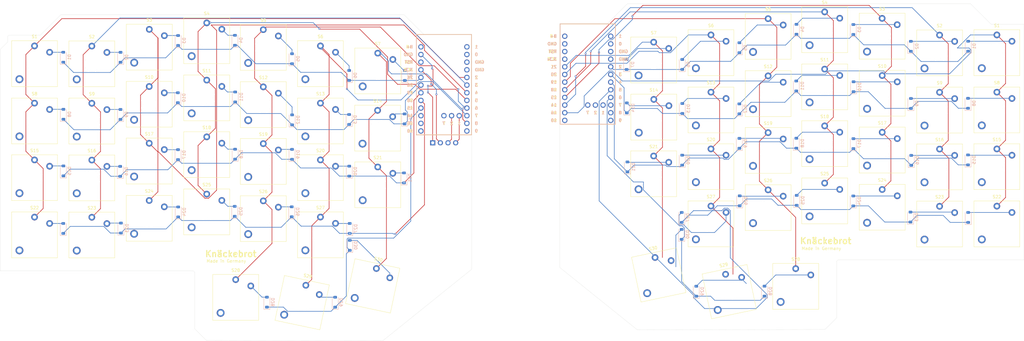
<source format=kicad_pcb>
(kicad_pcb (version 20241229) (generator "pcbnew") (generator_version "9.0")
  (layers (0 "F.Cu" signal) (2 "B.Cu" signal) (13 "F.Paste" user) (15 "B.Paste" user) (5 "F.SilkS" user "F.Silkscreen") (7 "B.SilkS" user "B.Silkscreen") (1 "F.Mask" user) (3 "B.Mask" user) (25 "Edge.Cuts" user))
  (net 0 "")
  (net 1 "Net-(D1-A)")
  (net 2 "Row_0")
  (net 3 "Net-(D2-A)")
  (net 4 "Net-(D3-A)")
  (net 5 "Net-(D4-A)")
  (net 6 "Net-(D5-A)")
  (net 7 "Net-(D6-A)")
  (net 8 "Net-(D7-A)")
  (net 9 "Net-(D8-A)")
  (net 10 "Row_1")
  (net 11 "Net-(D9-A)")
  (net 12 "Net-(D10-A)")
  (net 13 "Net-(D11-A)")
  (net 14 "Net-(D12-A)")
  (net 15 "Net-(D13-A)")
  (net 16 "Net-(D14-A)")
  (net 17 "Net-(D15-A)")
  (net 18 "Row_2")
  (net 19 "Net-(D16-A)")
  (net 20 "Net-(D17-A)")
  (net 21 "Net-(D18-A)")
  (net 22 "Net-(D19-A)")
  (net 23 "Net-(D20-A)")
  (net 24 "Net-(D21-A)")
  (net 25 "Net-(D22-A)")
  (net 26 "Row_3")
  (net 27 "Net-(D23-A)")
  (net 28 "Net-(D24-A)")
  (net 29 "Net-(D25-A)")
  (net 30 "Net-(D26-A)")
  (net 31 "Net-(D27-A)")
  (net 32 "Row_4")
  (net 33 "Net-(D28-A)")
  (net 34 "Net-(D29-A)")
  (net 35 "Net-(D30-A)")
  (net 36 "Col_0")
  (net 37 "Col_1")
  (net 38 "Col_2")
  (net 39 "Col_3")
  (net 40 "Col_4")
  (net 41 "Col_5")
  (net 42 "Col_6")
  (net 58 "Row_0_L")
  (net 59 "Row_1_L")
  (net 60 "Row_2_L")
  (net 61 "Row_3_L")
  (net 62 "Row_4_L")
  (net 63 "Col_0_L")
  (net 64 "Col_1_L")
  (net 65 "Col_2_L")
  (net 66 "Col_3_L")
  (net 67 "Col_4_L")
  (net 68 "Col_5_L")
  (net 69 "Col_6_L")
  (net 70 "SCL")
  (net 71 "GND")
  (net 72 "VCC")
  (net 73 "SDA")
  (footprint "ScottoKeebs_Choc:Choc_V2" (layer "F.Cu") (at 94.315 94.15)
    (property "Reference" "S21")
    (property "Value" "Keyswitch")
  )
  (footprint "ScottoKeebs_Choc:Choc_V2" (layer "F.Cu") (at 94.265 75.35)
    (property "Reference" "S14")
    (property "Value" "Keyswitch")
  )
  (footprint "ScottoKeebs_Choc:Choc_V2" (layer "F.Cu") (at 232.897618 127.9)
    (property "Reference" "S28")
    (property "Value" "Keyswitch")
  )
  (footprint "ScottoKeebs_Choc:Choc_V2" (layer "F.Cu") (at 280.597618 50.35)
    (property "Reference" "S2")
    (property "Value" "Keyswitch")
  )
  (footprint "ScottoKeebs_Choc:Choc_V2" (layer "F.Cu") (at 223.747618 44.9)
    (property "Reference" "S5")
    (property "Value" "Keyswitch")
  )
  (footprint "ScottoKeebs_Choc:Choc_V2" (layer "F.Cu") (at 223.747618 63.9)
    (property "Reference" "S12")
    (property "Value" "Keyswitch")
  )
  (footprint "ScottoKeebs_Choc:Choc_V2" (layer "F.Cu") (at 204.797618 88.15)
    (property "Reference" "S20")
    (property "Value" "Keyswitch")
  )
  (footprint "ScottoKeebs_Components:OLED_128x32" (layer "F.Cu") (at 122.33 78.62 -90)
    (property "Reference" "J1" (hide yes))
    (property "Value" "OLED_128x32")
  )
  (footprint "ScottoKeebs_Choc:Choc_V2" (layer "F.Cu") (at 299.597618 50.3)
    (property "Reference" "S1")
    (property "Value" "Keyswitch")
  )
  (footprint "ScottoKeebs_Choc:Choc_V2" (layer "F.Cu") (at 185.797618 52.7)
    (property "Reference" "S7")
    (property "Value" "Keyswitch")
  )
  (footprint "ScottoKeebs_Choc:Choc_V2" (layer "F.Cu") (at 261.547618 44.8)
    (property "Reference" "S3")
    (property "Value" "Keyswitch")
  )
  (footprint "ScottoKeebs_Choc:Choc_V2" (layer "F.Cu") (at 280.597618 107.2)
    (property "Reference" "S23")
    (property "Value" "Keyswitch" (hide yes))
  )
  (footprint "ScottoKeebs_Choc:Choc_V2" (layer "F.Cu") (at 204.797618 50.3)
    (property "Reference" "S6")
    (property "Value" "Keyswitch")
  )
  (footprint "ScottoKeebs_Choc:Choc_V2" (layer "F.Cu") (at -19.485 72.95)
    (property "Reference" "S8")
    (property "Value" "Keyswitch")
  )
  (footprint "ScottoKeebs_Choc:Choc_V2" (layer "F.Cu") (at 75.315 72.95)
    (property "Reference" "S13")
    (property "Value" "Keyswitch")
  )
  (footprint "ScottoKeebs_Choc:Choc_V2" (layer "F.Cu") (at 37.615 84.15)
    (property "Reference" "S18")
    (property "Value" "Keyswitch")
  )
  (footprint "ScottoKeebs_Choc:Choc_V2" (layer "F.Cu") (at 56.365 48.55)
    (property "Reference" "S5")
    (property "Value" "Keyswitch")
  )
  (footprint "ScottoKeebs_Choc:Choc_V2" (layer "F.Cu") (at 185.847618 71.7)
    (property "Reference" "S14")
    (property "Value" "Keyswitch")
  )
  (footprint "ScottoKeebs_Choc:Choc_V2" (layer "F.Cu") (at 75.315 53.95)
    (property "Reference" "S6")
    (property "Value" "Keyswitch")
  )
  (footprint "ScottoKeebs_Choc:Choc_V2" (layer "F.Cu") (at -19.485 110.8)
    (property "Reference" "S22")
    (property "Value" "Keyswitch")
  )
  (footprint "ScottoKeebs_Choc:Choc_V2" (layer "F.Cu") (at 242.497618 99.5)
    (property "Reference" "S25")
    (property "Value" "Keyswitch")
  )
  (footprint "ScottoKeebs_Choc:Choc_V2" (layer "F.Cu") (at 223.747618 82.75)
    (property "Reference" "S19")
    (property "Value" "Keyswitch")
  )
  (footprint "ScottoKeebs_Choc:Choc_V2" (layer "F.Cu") (at 204.797618 69.3)
    (property "Reference" "S13")
    (property "Value" "Keyswitch")
  )
  (footprint "ScottoKeebs_Choc:Choc_V2" (layer "F.Cu") (at 204.797618 107.125)
    (property "Reference" "S27")
    (property "Value" "Keyswitch")
  )
  (footprint "ScottoKeebs_Choc:Choc_V2" (layer "F.Cu") (at -0.485 73)
    (property "Reference" "S9")
    (property "Value" "Keyswitch")
  )
  (footprint "ScottoKeebs_Choc:Choc_V2" (layer "F.Cu") (at 223.747618 101.75)
    (property "Reference" "S26")
    (property "Value" "Keyswitch")
  )
  (footprint "ScottoKeebs_Choc:Choc_V2" (layer "F.Cu") (at -0.485 91.85)
    (property "Reference" "S16")
    (property "Value" "Keyswitch")
  )
  (footprint "ScottoKeebs_Choc:Choc_V2" (layer "F.Cu") (at 299.597618 107.15)
    (property "Reference" "S22")
    (property "Value" "Keyswitch")
  )
  (footprint "ScottoKeebs_Choc:Choc_V2" (layer "F.Cu") (at -0.485 54)
    (property "Reference" "S2")
    (property "Value" "Keyswitch")
  )
  (footprint "ScottoKeebs_Choc:Choc_V2" (layer "F.Cu") (at 94.315 56.35)
    (property "Reference" "S7")
    (property "Value" "Keyswitch")
  )
  (footprint "ScottoKeebs_Choc:Choc_V2" (layer "F.Cu") (at -19.485 53.95)
    (property "Reference" "S1")
    (property "Value" "Keyswitch")
  )
  (footprint "ScottoKeebs_Choc:Choc_V2" (layer "F.Cu") (at 242.497618 80.5)
    (property "Reference" "S18")
    (property "Value" "Keyswitch")
  )
  (footprint "ScottoKeebs_Choc:Choc_V2" (layer "F.Cu") (at 299.597618 69.3)
    (property "Reference" "S8")
    (property "Value" "Keyswitch")
  )
  (footprint "ScottoKeebs_Choc:Choc_V2" (layer "F.Cu") (at 37.615 65.3)
    (property "Reference" "S11")
    (property "Value" "Keyswitch")
  )
  (footprint "ScottoKeebs_Choc:Choc_V2" (layer "F.Cu") (at 18.54 67.425)
    (property "Reference" "S10")
    (property "Value" "Keyswitch")
  )
  (footprint "ScottoKeebs_Choc:Choc_V2" (layer "F.Cu") (at 261.572618 63.775)
    (property "Reference" "S10")
    (property "Value" "Keyswitch")
  )
  (footprint "ScottoKeebs_Choc:Choc_V2" (layer "F.Cu") (at 92.637004 127.73335 -11.94)
    (property "Reference" "S30")
    (property "Value" "Keyswitch")
  )
  (footprint "ScottoKeebs_Choc:Choc_V2" (layer "F.Cu") (at 56.365 105.4)
    (property "Reference" "S26")
    (property "Value" "Keyswitch")
  )
  (footprint "ScottoKeebs_Choc:Choc_V2" (layer "F.Cu") (at 75.315 91.8)
    (property "Reference" "S20")
    (property "Value" "Keyswitch")
  )
  (footprint "ScottoKeebs_Choc:Choc_V2" (layer "F.Cu") (at 187.475614 124.08335 11.94)
    (property "Reference" "S30")
    (property "Value" "Keyswitch")
  )
  (footprint "ScottoKeebs_Choc:Choc_V2" (layer "F.Cu") (at 18.54 86.275)
    (property "Reference" "S17")
    (property "Value" "Keyswitch")
  )
  (footprint "ScottoKeebs_Choc:Choc_V2" (layer "F.Cu") (at -0.485 110.85)
    (property "Reference" "S23")
    (property "Value" "Keyswitch")
  )
  (footprint "ScottoKeebs_Choc:Choc_V2" (layer "F.Cu") (at 185.797618 90.5)
    (property "Reference" "S21")
    (property "Value" "Keyswitch")
  )
  (footprint "ScottoKeebs_Choc:Choc_V2" (layer "F.Cu") (at -19.485 91.8)
    (property "Reference" "S15")
    (property "Value" "Keyswitch")
  )
  (footprint "ScottoKeebs_Choc:Choc_V2" (layer "F.Cu") (at 37.615 46.3)
    (property "Reference" "S4")
    (property "Value" "Keyswitch")
  )
  (footprint "ScottoKeebs_Choc:Choc_V2" (layer "F.Cu") (at 280.597618 69.35)
    (property "Reference" "S9")
    (property "Value" "Keyswitch")
  )
  (footprint "ScottoKeebs_Choc:Choc_V2" (layer "F.Cu") (at 261.572618 101.625)
    (property "Reference" "S24")
    (property "Value" "Keyswitch")
  )
  (footprint "ScottoKeebs_Choc:Choc_V2" (layer "F.Cu") (at 299.597618 88.15)
    (property "Reference" "S15")
    (property "Value" "Keyswitch")
  )
  (footprint "ScottoKeebs_Choc:Choc_V2" (layer "F.Cu") (at 18.54 105.275)
    (property "Reference" "S24")
    (property "Value" "Keyswitch")
  )
  (footprint "ScottoKeebs_Choc:Choc_V2" (layer "F.Cu") (at 56.365 86.4)
    (property "Reference" "S19")
    (property "Value" "Keyswitch")
  )
  (footprint "ScottoKeebs_Choc:Choc_V2" (layer "F.Cu") (at 47.215 131.55)
    (property "Reference" "S28")
    (property "Value" "Keyswitch")
  )
  (footprint "ScottoKeebs_Choc:Choc_V2" (layer "F.Cu") (at 261.572618 82.625)
    (property "Reference" "S17")
    (property "Value" "Keyswitch")
  )
  (footprint "ScottoKeebs_Choc:Choc_V2" (layer "F.Cu") (at 69.247294 133.295858 -11.94)
    (property "Reference" "S29")
    (property "Value" "Keyswitch")
  )
  (footprint "ScottoKeebs_Choc:Choc_V2" (layer "F.Cu") (at 18.565 48.45)
    (property "Reference" "S3")
    (property "Value" "Keyswitch")
  )
  (footprint "ScottoKeebs_Choc:Choc_V2" (layer "F.Cu") (at 75.315 110.775)
    (property "Reference" "S27")
    (property "Value" "Keyswitch")
  )
  (footprint "ScottoKeebs_Choc:Choc_V2" (layer "F.Cu") (at 242.497618 42.65)
    (property "Reference" "S4")
    (property "Value" "Keyswitch")
  )
  (footprint "ScottoKeebs_Choc:Choc_V2" (layer "F.Cu") (at 56.365 67.55)
    (property "Reference" "S12")
    (property "Value" "Keyswitch")
  )
  (footprint "ScottoKeebs_Choc:Choc_V2" (layer "F.Cu") (at 210.865324 129.645858 11.94)
    (property "Reference" "S29")
    (property "Value" "Keyswitch")
  )
  (footprint "ScottoKeebs_Choc:Choc_V2" (layer "F.Cu") (at 280.597618 88.2)
    (property "Reference" "S16")
    (property "Value" "Keyswitch")
  )
  (footprint "ScottoKeebs_Choc:Choc_V2" (layer "F.Cu") (at 37.615 103.15)
    (property "Reference" "S25")
    (property "Value" "Keyswitch")
  )
  (footprint "ScottoKeebs_Choc:Choc_V2" (layer "F.Cu") (at 242.497618 61.65)
    (property "Reference" "S11")
    (property "Value" "Keyswitch")
  )
  (footprint "Diode_SMD:D_SOD-123" (layer "B.Cu") (at 252.072618 61.6 90)
    (property "Reference" "D10")
    (property "Value" "Diode")
  )
  (footprint "Diode_SMD:D_SOD-123" (layer "B.Cu") (at -9.91 70.75 90)
    (property "Reference" "D8")
    (property "Value" "Diode")
  )
  (footprint "Diode_SMD:D_SOD-123" (layer "B.Cu") (at 103.215 72.275 90)
    (property "Reference" "D14")
    (property "Value" "Diode")
  )
  (footprint "Diode_SMD:D_SOD-123" (layer "B.Cu") (at 65.89 84.05 90)
    (property "Reference" "D19")
    (property "Value" "Diode")
  )
  (footprint "Diode_SMD:D_SOD-123" (layer "B.Cu") (at 195.097618 105 90)
    (property "Reference" "D27")
    (property "Value" "Diode")
  )
  (footprint "Diode_SMD:D_SOD-123" (layer "B.Cu") (at 84.815 72.475 90)
    (property "Reference" "D13")
    (property "Value" "Diode")
  )
  (footprint "Diode_SMD:D_SOD-123" (layer "B.Cu") (at 84.84 57.85 90)
    (property "Reference" "D6")
    (property "Value" "Diode")
  )
  (footprint "Diode_SMD:D_SOD-123" (layer "B.Cu") (at -9.96 51.8 90)
    (property "Reference" "D1")
    (property "Value" "Diode")
  )
  (footprint "Diode_SMD:D_SOD-123" (layer "B.Cu") (at 251.972618 99.525 90)
    (property "Reference" "D24")
    (property "Value" "Diode")
  )
  (footprint "Diode_SMD:D_SOD-123" (layer "B.Cu") (at 9.04 51.825 90)
    (property "Reference" "D2")
    (property "Value" "Diode")
  )
  (footprint "Diode_SMD:D_SOD-123" (layer "B.Cu") (at 176.897618 68.625 90)
    (property "Reference" "D14")
    (property "Value" "Diode")
  )
  (footprint "Diode_SMD:D_SOD-123" (layer "B.Cu") (at 199.922618 129.5 90)
    (property "Reference" "D29")
    (property "Value" "Diode")
  )
  (footprint "Diode_SMD:D_SOD-123" (layer "B.Cu") (at 28.04 65.25 90)
    (property "Reference" "D10")
    (property "Value" "Diode")
  )
  (footprint "Diode_SMD:D_SOD-123" (layer "B.Cu") (at 233.072618 61.35 90)
    (property "Reference" "D11")
    (property "Value" "Diode")
  )
  (footprint "Diode_SMD:D_SOD-123" (layer "B.Cu") (at 80.19 133.15 90)
    (property "Reference" "D29")
    (property "Value" "Diode")
  )
  (footprint "Diode_SMD:D_SOD-123" (layer "B.Cu") (at 252.022618 80.5 90)
    (property "Reference" "D17")
    (property "Value" "Diode")
  )
  (footprint "Diode_SMD:D_SOD-123" (layer "B.Cu") (at 9.165 108.525 90)
    (property "Reference" "D23")
    (property "Value" "Diode")
  )
  (footprint "Diode_SMD:D_SOD-123" (layer "B.Cu") (at 271.197618 86.05 90)
    (property "Reference" "D16")
    (property "Value" "Diode")
  )
  (footprint "Diode_SMD:D_SOD-123" (layer "B.Cu") (at 47.015 84 90)
    (property "Reference" "D18")
    (property "Value" "Diode")
  )
  (footprint "Diode_SMD:D_SOD-123" (layer "B.Cu") (at 176.822618 54.225 90)
    (property "Reference" "D7")
    (property "Value" "Diode")
  )
  (footprint "Diode_SMD:D_SOD-123" (layer "B.Cu") (at 233.147618 42.525 90)
    (property "Reference" "D4")
    (property "Value" "Diode")
  )
  (footprint "Diode_SMD:D_SOD-123" (layer "B.Cu") (at 214.222618 48.65 90)
    (property "Reference" "D5")
    (property "Value" "Diode")
  )
  (footprint "Diode_SMD:D_SOD-123" (layer "B.Cu") (at 103.015 91.875 90)
    (property "Reference" "D21")
    (property "Value" "Diode")
  )
  (footprint "Diode_SMD:D_SOD-123" (layer "B.Cu") (at 28.14 103.175 90)
    (property "Reference" "D24")
    (property "Value" "Diode")
  )
  (footprint "Diode_SMD:D_SOD-123" (layer "B.Cu") (at 57.565 133.125 90)
    (property "Reference" "D28")
    (property "Value" "Diode")
  )
  (footprint "Diode_SMD:D_SOD-123" (layer "B.Cu") (at 28.09 84.15 90)
    (property "Reference" "D17")
    (property "Value" "Diode")
  )
  (footprint "Diode_SMD:D_SOD-123" (layer "B.Cu") (at 9.015 70.8 90)
    (property "Reference" "D9")
    (property "Value" "Diode")
  )
  (footprint "Diode_SMD:D_SOD-123" (layer "B.Cu") (at 195.297618 68.825 90)
    (property "Reference" "D13")
    (property "Value" "Diode")
  )
  (footprint "Diode_SMD:D_SOD-123" (layer "B.Cu") (at 85.015 108.65 90)
    (property "Reference" "D27")
    (property "Value" "Diode")
  )
  (footprint "Diode_SMD:D_SOD-123" (layer "B.Cu") (at 195.247618 85.975 90)
    (property "Reference" "D20")
    (property "Value" "Diode")
  )
  (footprint "Diode_SMD:D_SOD-123" (layer "B.Cu") (at 195.072618 110.625 90)
    (property "Reference" "D30")
    (property "Value" "Diode")
  )
  (footprint "Diode_SMD:D_SOD-123" (layer "B.Cu") (at 28.115 46.25 90)
    (property "Reference" "D3")
    (property "Value" "Diode")
  )
  (footprint "Diode_SMD:D_SOD-123" (layer "B.Cu") (at 46.89 102.975 90)
    (property "Reference" "D25")
    (property "Value" "Diode")
  )
  (footprint "Diode_SMD:D_SOD-123" (layer "B.Cu") (at 270.947618 104.875 90)
    (property "Reference" "D23")
    (property "Value" "Diode")
  )
  (footprint "Diode_SMD:D_SOD-123" (layer "B.Cu") (at 103.29 57.875 90)
    (property "Reference" "D7")
    (property "Value" "Diode")
  )
  (footprint "Diode_SMD:D_SOD-123" (layer "B.Cu") (at 271.072618 48.175 90)
    (property "Reference" "D2")
    (property "Value" "Diode")
  )
  (footprint "Diode_SMD:D_SOD-123" (layer "B.Cu") (at -9.96 108.65 90)
    (property "Reference" "D22" (hide yes))
    (property "Value" "Diode")
  )
  (footprint "Diode_SMD:D_SOD-123" (layer "B.Cu") (at 8.915 89.7 90)
    (property "Reference" "D16")
    (property "Value" "Diode")
  )
  (footprint "Diode_SMD:D_SOD-123" (layer "B.Cu") (at 214.222618 80.4 90)
    (property "Reference" "D19")
    (property "Value" "Diode")
  )
  (footprint "ScottoKeebs_MCU:Nice_Nano_V2" (layer "B.Cu") (at 163.94 58.52 180)
    (property "Reference" "U1" (hide yes))
    (property "Value" "Nice_Nano_V2" (hide yes))
  )
  (footprint "ScottoKeebs_MCU:Nice_Nano_V2" (layer "B.Cu") (at 116.25 62.05 180)
    (property "Reference" "U1" (hide yes))
    (property "Value" "Nice_Nano_V2" (hide yes))
  )
  (footprint "Diode_SMD:D_SOD-123" (layer "B.Cu") (at 214.197618 68.95 90)
    (property "Reference" "D12")
    (property "Value" "Diode")
  )
  (footprint "Diode_SMD:D_SOD-123" (layer "B.Cu") (at 47.04 65 90)
    (property "Reference" "D11")
    (property "Value" "Diode")
  )
  (footprint "Diode_SMD:D_SOD-123" (layer "B.Cu") (at 290.072618 48.15 90)
    (property "Reference" "D1")
    (property "Value" "Diode")
  )
  (footprint "Diode_SMD:D_SOD-123" (layer "B.Cu") (at 214.322618 99.475 90)
    (property "Reference" "D26")
    (property "Value" "Diode")
  )
  (footprint "Diode_SMD:D_SOD-123" (layer "B.Cu") (at 290.072618 105 90)
    (property "Reference" "D22" (hide yes))
    (property "Value" "Diode")
  )
  (footprint "Diode_SMD:D_SOD-123" (layer "B.Cu") (at -9.91 89.55 90)
    (property "Reference" "D15")
    (property "Value" "Diode")
  )
  (footprint "Diode_SMD:D_SOD-123" (layer "B.Cu") (at 222.547618 129.475 90)
    (property "Reference" "D28")
    (property "Value" "Diode")
  )
  (footprint "Diode_SMD:D_SOD-123" (layer "B.Cu") (at 85.04 114.275 90)
    (property "Reference" "D30")
    (property "Value" "Diode")
  )
  (footprint "Diode_SMD:D_SOD-123" (layer "B.Cu") (at 271.097618 67.15 90)
    (property "Reference" "D9")
    (property "Value" "Diode")
  )
  (footprint "Diode_SMD:D_SOD-123" (layer "B.Cu") (at 233.097618 80.35 90)
    (property "Reference" "D18")
    (property "Value" "Diode")
  )
  (footprint "Diode_SMD:D_SOD-123" (layer "B.Cu") (at 177.097618 88.225 90)
    (property "Reference" "D21")
    (property "Value" "Diode")
  )
  (footprint "Diode_SMD:D_SOD-123" (layer "B.Cu") (at 251.997618 42.6 90)
    (property "Reference" "D3")
    (property "Value" "Diode")
  )
  (footprint "Diode_SMD:D_SOD-123" (layer "B.Cu") (at 290.022618 67.1 90)
    (property "Reference" "D8")
    (property "Value" "Diode")
  )
  (footprint "Diode_SMD:D_SOD-123" (layer "B.Cu") (at 46.965 46.175 90)
    (property "Reference" "D4")
    (property "Value" "Diode")
  )
  (footprint "Diode_SMD:D_SOD-123" (layer "B.Cu") (at 290.022618 85.9 90)
    (property "Reference" "D15")
    (property "Value" "Diode")
  )
  (footprint "Diode_SMD:D_SOD-123" (layer "B.Cu") (at 84.865 89.625 90)
    (property "Reference" "D20")
    (property "Value" "Diode")
  )
  (footprint "Diode_SMD:D_SOD-123" (layer "B.Cu") (at 233.222618 99.325 90)
    (property "Reference" "D25")
    (property "Value" "Diode")
  )
  (footprint "Diode_SMD:D_SOD-123" (layer "B.Cu") (at 65.79 103.125 90)
    (property "Reference" "D26")
    (property "Value" "Diode")
  )
  (footprint "Diode_SMD:D_SOD-123" (layer "B.Cu") (at 195.272618 54.2 90)
    (property "Reference" "D6")
    (property "Value" "Diode")
  )
  (footprint "Diode_SMD:D_SOD-123" (layer "B.Cu") (at 65.89 52.3 90)
    (property "Reference" "D5")
    (property "Value" "Diode")
  )
  (footprint "Diode_SMD:D_SOD-123" (layer "B.Cu") (at 65.915 72.6 90)
    (property "Reference" "D12")
    (property "Value" "Diode")
  )
  (gr_poly (pts (xy -28.41 46.75) (xy -28.41 44.85) (xy -28.11 44.55) (xy -17.61 44.55) (xy -10.71 37.65) (xy 102.99 37.65) (xy 109.59 44.25) (xy 125.49 44.25) (xy 125.49 122.183336) (xy 95.942337 145.98562) (xy 37.49 145.85) (xy 33.59 141.95) (xy 33.59 123.35) (xy 33.69 123.25) (xy 33.19 122.75) (xy -30.91 122.75) (xy -30.91 49.25)) (stroke (width 0.05)) (fill no) (layer "Edge.Cuts"))
  (gr_poly (pts (xy 308.582618 43.16) (xy 308.582618 40.9) (xy 297.722618 40.9) (xy 290.822618 34) (xy 177.122618 34) (xy 170.522618 40.6) (xy 154.622618 40.6) (xy 154.622618 121.583333) (xy 180.394951 142.344379) (xy 242.622618 142.2) (xy 246.522618 138.3) (xy 246.522618 119.7) (xy 246.422618 119.6) (xy 246.922618 119.1) (xy 308.582618 119.1) (xy 308.582618 43.16)) (stroke (width 0.05)) (fill no) (layer "Edge.Cuts"))
  (gr_text "Made in Germany\n" (at 37.44 120.075 0) (layer "F.SilkS") (effects (font (size 1 1)) (justify left bottom)))
  (gr_text "Made in Germany\n" (at 234.74 115.9 0) (layer "F.SilkS") (effects (font (size 1 1)) (justify left bottom)))
  (gr_text "Knäckebrot" (at 36.865 118.3 0) (layer "F.SilkS") (effects (font (size 2.032 2.032) (thickness 0.4064) (bold yes)) (justify left bottom)))
  (gr_text "Knäckebrot" (at 234.1 113.98 0) (layer "F.SilkS") (effects (font (size 2.032 2.032) (thickness 0.4064) (bold yes)) (justify left bottom)))
  (segment (start -9.96 50.15) (end -14.485 50.15) (width 0.2) (layer "B.Cu") (net 1))
  (segment (start 290.072618 46.5) (end 304.597618 46.5) (width 0.2) (layer "B.Cu") (net 1))
  (segment (start 176.822618 55.875) (end 172.445 55.875) (width 0.2) (layer "B.Cu") (net 2))
  (segment (start 233.147618 44.175) (end 234.498618 45.526) (width 0.2) (layer "B.Cu") (net 2))
  (segment (start 197.946618 53.176) (end 211.346618 53.176) (width 0.2) (layer "B.Cu") (net 2))
  (segment (start 211.346618 53.176) (end 214.222618 50.3) (width 0.2) (layer "B.Cu") (net 2))
  (segment (start 234.498618 45.526) (end 250.721618 45.526) (width 0.2) (layer "B.Cu") (net 2))
  (segment (start 214.222618 50.3) (end 216.746618 47.776) (width 0.2) (layer "B.Cu") (net 2))
  (segment (start 251.997618 44.25) (end 255.423618 47.676) (width 0.2) (layer "B.Cu") (net 2))
  (segment (start 286.646618 53.226) (end 290.072618 49.8) (width 0.2) (layer "B.Cu") (net 2))
  (segment (start 216.746618 47.776) (end 229.546618 47.776) (width 0.2) (layer "B.Cu") (net 2))
  (segment (start 229.546618 47.776) (end 233.147618 44.175) (width 0.2) (layer "B.Cu") (net 2))
  (segment (start 250.721618 45.526) (end 251.997618 44.25) (width 0.2) (layer "B.Cu") (net 2))
  (segment (start 176.822618 55.875) (end 195.247618 55.875) (width 0.2) (layer "B.Cu") (net 2))
  (segment (start 195.272618 55.85) (end 197.946618 53.176) (width 0.2) (layer "B.Cu") (net 2))
  (segment (start 268.923618 47.676) (end 271.072618 49.825) (width 0.2) (layer "B.Cu") (net 2))
  (segment (start 195.247618 55.875) (end 195.272618 55.85) (width 0.2) (layer "B.Cu") (net 2))
  (segment (start 255.423618 47.676) (end 268.923618 47.676) (width 0.2) (layer "B.Cu") (net 2))
  (segment (start 271.072618 49.825) (end 274.473618 53.226) (width 0.2) (layer "B.Cu") (net 2))
  (segment (start 172.445 55.875) (end 171.56 54.99) (width 0.2) (layer "B.Cu") (net 2))
  (segment (start 274.473618 53.226) (end 286.646618 53.226) (width 0.2) (layer "B.Cu") (net 2))
  (segment (start 9.04 50.175) (end 4.54 50.175) (width 0.2) (layer "B.Cu") (net 3))
  (segment (start 271.072618 46.525) (end 285.572618 46.525) (width 0.2) (layer "B.Cu") (net 3))
  (segment (start 4.54 50.175) (end 4.515 50.2) (width 0.2) (layer "B.Cu") (net 3))
  (segment (start 285.572618 46.525) (end 285.597618 46.55) (width 0.2) (layer "B.Cu") (net 3))
  (segment (start 251.997618 40.95) (end 266.497618 40.95) (width 0.2) (layer "B.Cu") (net 4))
  (segment (start 28.115 44.6) (end 23.615 44.6) (width 0.2) (layer "B.Cu") (net 4))
  (segment (start 266.497618 40.95) (end 266.547618 41) (width 0.2) (layer "B.Cu") (net 4))
  (segment (start 23.615 44.6) (end 23.565 44.65) (width 0.2) (layer "B.Cu") (net 4))
  (segment (start 233.147618 40.875) (end 235.172618 38.85) (width 0.2) (layer "B.Cu") (net 5))
  (segment (start 235.172618 38.85) (end 247.497618 38.85) (width 0.2) (layer "B.Cu") (net 5))
  (segment (start 46.965 44.525) (end 44.64 44.525) (width 0.2) (layer "B.Cu") (net 5))
  (segment (start 44.64 44.525) (end 42.615 42.5) (width 0.2) (layer "B.Cu") (net 5))
  (segment (start 65.89 49.275) (end 61.365 44.75) (width 0.2) (layer "B.Cu") (net 6))
  (segment (start 65.89 50.65) (end 65.89 49.275) (width 0.2) (layer "B.Cu") (net 6))
  (segment (start 220.122618 41.1) (end 228.747618 41.1) (width 0.2) (layer "B.Cu") (net 6))
  (segment (start 214.222618 47) (end 220.122618 41.1) (width 0.2) (layer "B.Cu") (net 6))
  (segment (start 195.272618 52.55) (end 201.322618 46.5) (width 0.2) (layer "B.Cu") (net 7))
  (segment (start 201.322618 46.5) (end 209.797618 46.5) (width 0.2) (layer "B.Cu") (net 7))
  (segment (start 84.84 54.675) (end 80.315 50.15) (width 0.2) (layer "B.Cu") (net 7))
  (segment (start 84.84 56.2) (end 84.84 54.675) (width 0.2) (layer "B.Cu") (net 7))
  (segment (start 102.99 56.225) (end 99.315 52.55) (width 0.2) (layer "B.Cu") (net 8))
  (segment (start 176.822618 52.575) (end 180.497618 48.9) (width 0.2) (layer "B.Cu") (net 8))
  (segment (start 103.29 56.225) (end 102.99 56.225) (width 0.2) (layer "B.Cu") (net 8))
  (segment (start 180.497618 48.9) (end 190.797618 48.9) (width 0.2) (layer "B.Cu") (net 8))
  (segment (start -9.91 69.1) (end -14.435 69.1) (width 0.2) (layer "B.Cu") (net 9))
  (segment (start 304.547618 65.45) (end 304.597618 65.5) (width 0.2) (layer "B.Cu") (net 9))
  (segment (start 290.022618 65.45) (end 304.547618 65.45) (width 0.2) (layer "B.Cu") (net 9))
  (segment (start -14.435 69.1) (end -14.485 69.15) (width 0.2) (layer "B.Cu") (net 9))
  (segment (start 212.621618 72.176) (end 196.998618 72.176) (width 0.2) (layer "B.Cu") (net 10))
  (segment (start 176.897618 70.275) (end 175.996618 69.374) (width 0.2) (layer "B.Cu") (net 10))
  (segment (start 250.796618 64.526) (end 252.072618 63.25) (width 0.2) (layer "B.Cu") (net 10))
  (segment (start 262.53034 68.8) (end 256.98034 63.25) (width 0.2) (layer "B.Cu") (net 10))
  (segment (start 175.996618 69.374) (end 175.996618 61.966618) (width 0.2) (layer "B.Cu") (net 10))
  (segment (start 256.98034 63.25) (end 252.072618 63.25) (width 0.2) (layer "B.Cu") (net 10))
  (segment (start 188.689896 70.475) (end 187.038896 68.824) (width 0.2) (layer "B.Cu") (net 10))
  (segment (start 233.072618 63) (end 229.296618 66.776) (width 0.2) (layer "B.Cu") (net 10))
  (segment (start 286.816304 68.75) (end 290.022618 68.75) (width 0.2) (layer "B.Cu") (net 10))
  (segment (start 175.996618 61.966618) (end 171.56 57.53) (width 0.2) (layer "B.Cu") (net 10))
  (segment (start 234.598618 64.526) (end 250.796618 64.526) (width 0.2) (layer "B.Cu") (net 10))
  (segment (start 284.540304 66.474) (end 286.816304 68.75) (width 0.2) (layer "B.Cu") (net 10))
  (segment (start 218.021618 66.776) (end 214.197618 70.6) (width 0.2) (layer "B.Cu") (net 10))
  (segment (start 187.038896 68.824) (end 178.348618 68.824) (width 0.2) (layer "B.Cu") (net 10))
  (segment (start 196.998618 72.176) (end 195.297618 70.475) (width 0.2) (layer "B.Cu") (net 10))
  (segment (start 271.097618 68.8) (end 273.423618 66.474) (width 0.2) (layer "B.Cu") (net 10))
  (segment (start 271.097618 68.8) (end 262.53034 68.8) (width 0.2) (layer "B.Cu") (net 10))
  (segment (start 195.297618 70.475) (end 188.689896 70.475) (width 0.2) (layer "B.Cu") (net 10))
  (segment (start 273.423618 66.474) (end 284.540304 66.474) (width 0.2) (layer "B.Cu") (net 10))
  (segment (start 178.348618 68.824) (end 176.897618 70.275) (width 0.2) (layer "B.Cu") (net 10))
  (segment (start 229.296618 66.776) (end 218.021618 66.776) (width 0.2) (layer "B.Cu") (net 10))
  (segment (start 214.197618 70.6) (end 212.621618 72.176) (width 0.2) (layer "B.Cu") (net 10))
  (segment (start 233.072618 63) (end 234.598618 64.526) (width 0.2) (layer "B.Cu") (net 10))
  (segment (start 9.015 69.15) (end 4.565 69.15) (width 0.2) (layer "B.Cu") (net 11))
  (segment (start 285.547618 65.5) (end 285.597618 65.55) (width 0.2) (layer "B.Cu") (net 11))
  (segment (start 4.565 69.15) (end 4.515 69.2) (width 0.2) (layer "B.Cu") (net 11))
  (segment (start 271.097618 65.5) (end 285.547618 65.5) (width 0.2) (layer "B.Cu") (net 11))
  (segment (start 28.04 63.6) (end 23.565 63.6) (width 0.2) (layer "B.Cu") (net 12))
  (segment (start 252.097618 59.975) (end 252.072618 59.95) (width 0.2) (layer "B.Cu") (net 12))
  (segment (start 23.565 63.6) (end 23.54 63.625) (width 0.2) (layer "B.Cu") (net 12))
  (segment (start 266.572618 59.975) (end 252.097618 59.975) (width 0.2) (layer "B.Cu") (net 12))
  (segment (start 234.922618 57.85) (end 247.497618 57.85) (width 0.2) (layer "B.Cu") (net 13))
  (segment (start 47.04 63.35) (end 44.465 63.35) (width 0.2) (layer "B.Cu") (net 13))
  (segment (start 44.465 63.35) (end 42.615 61.5) (width 0.2) (layer "B.Cu") (net 13))
  (segment (start 233.072618 59.7) (end 234.922618 57.85) (width 0.2) (layer "B.Cu") (net 13))
  (segment (start 221.397618 60.1) (end 228.747618 60.1) (width 0.2) (layer "B.Cu") (net 14))
  (segment (start 214.197618 67.3) (end 221.397618 60.1) (width 0.2) (layer "B.Cu") (net 14))
  (segment (start 65.915 70.95) (end 65.915 68.3) (width 0.2) (layer "B.Cu") (net 14))
  (segment (start 65.915 68.3) (end 61.365 63.75) (width 0.2) (layer "B.Cu") (net 14))
  (segment (start 196.972618 65.5) (end 209.797618 65.5) (width 0.2) (layer "B.Cu") (net 15))
  (segment (start 195.297618 67.175) (end 196.972618 65.5) (width 0.2) (layer "B.Cu") (net 15))
  (segment (start 81.99 70.825) (end 80.315 69.15) (width 0.2) (layer "B.Cu") (net 15))
  (segment (start 84.815 70.825) (end 81.99 70.825) (width 0.2) (layer "B.Cu") (net 15))
  (segment (start 177.822618 67.9) (end 190.847618 67.9) (width 0.2) (layer "B.Cu") (net 16))
  (segment (start 176.897618 66.975) (end 177.822618 67.9) (width 0.2) (layer "B.Cu") (net 16))
  (segment (start 103.215 70.625) (end 100.19 70.625) (width 0.2) (layer "B.Cu") (net 16))
  (segment (start 100.19 70.625) (end 99.265 71.55) (width 0.2) (layer "B.Cu") (net 16))
  (segment (start 290.022618 84.25) (end 290.122618 84.35) (width 0.2) (layer "B.Cu") (net 17))
  (segment (start -14.385 87.9) (end -14.485 88) (width 0.2) (layer "B.Cu") (net 17))
  (segment (start -9.91 87.9) (end -14.385 87.9) (width 0.2) (layer "B.Cu") (net 17))
  (segment (start 290.122618 84.35) (end 304.597618 84.35) (width 0.2) (layer "B.Cu") (net 17))
  (segment (start 190.217304 88.101) (end 194.771618 88.101) (width 0.2) (layer "B.Cu") (net 18))
  (segment (start 209.217304 85.751) (end 210.521618 85.751) (width 0.2) (layer "B.Cu") (net 18))
  (segment (start 250.796618 83.376) (end 252.022618 82.15) (width 0.2) (layer "B.Cu") (net 18))
  (segment (start 268.998618 85.501) (end 271.197618 87.7) (width 0.2) (layer "B.Cu") (net 18))
  (segment (start 172.7373 61.2473) (end 171.56 60.07) (width 0.2) (layer "B.Cu") (net 18))
  (segment (start 189.740304 87.624) (end 190.217304 88.101) (width 0.2) (layer "B.Cu") (net 18))
  (segment (start 172.7373 85.514682) (end 172.7373 61.2473) (width 0.2) (layer "B.Cu") (net 18))
  (segment (start 179.348618 87.624) (end 189.740304 87.624) (width 0.2) (layer "B.Cu") (net 18))
  (segment (start 216.398618 79.874) (end 227.690304 79.874) (width 0.2) (layer "B.Cu") (net 18))
  (segment (start 214.222618 82.05) (end 216.398618 79.874) (width 0.2) (layer "B.Cu") (net 18))
  (segment (start 208.740304 85.274) (end 209.217304 85.751) (width 0.2) (layer "B.Cu") (net 18))
  (segment (start 233.097618 82) (end 234.473618 83.376) (width 0.2) (layer "B.Cu") (net 18))
  (segment (start 197.598618 85.274) (end 208.740304 85.274) (width 0.2) (layer "B.Cu") (net 18))
  (segment (start 177.097618 89.875) (end 172.7373 85.514682) (width 0.2) (layer "B.Cu") (net 18))
  (segment (start 234.473618 83.376) (end 250.796618 83.376) (width 0.2) (layer "B.Cu") (net 18))
  (segment (start 210.521618 85.751) (end 214.222618 82.05) (width 0.2) (layer "B.Cu") (net 18))
  (segment (start 229.816304 82) (end 233.097618 82) (width 0.2) (layer "B.Cu") (net 18))
  (segment (start 286.766304 87.55) (end 290.022618 87.55) (width 0.2) (layer "B.Cu") (net 18))
  (segment (start 227.690304 79.874) (end 229.816304 82) (width 0.2) (layer "B.Cu") (net 18))
  (segment (start 255.373618 85.501) (end 268.998618 85.501) (width 0.2) (layer "B.Cu") (net 18))
  (segment (start 252.022618 82.15) (end 255.373618 85.501) (width 0.2) (layer "B.Cu") (net 18))
  (segment (start 273.573618 85.324) (end 284.540304 85.324) (width 0.2) (layer "B.Cu") (net 18))
  (segment (start 195.247618 87.625) (end 197.598618 85.274) (width 0.2) (layer "B.Cu") (net 18))
  (segment (start 177.097618 89.875) (end 179.348618 87.624) (width 0.2) (layer "B.Cu") (net 18))
  (segment (start 271.197618 87.7) (end 273.573618 85.324) (width 0.2) (layer "B.Cu") (net 18))
  (segment (start 284.540304 85.324) (end 286.766304 87.55) (width 0.2) (layer "B.Cu") (net 18))
  (segment (start 194.771618 88.101) (end 195.247618 87.625) (width 0.2) (layer "B.Cu") (net 18))
  (segment (start 8.915 88.05) (end 4.515 88.05) (width 0.2) (layer "B.Cu") (net 19))
  (segment (start 271.197618 84.4) (end 285.597618 84.4) (width 0.2) (layer "B.Cu") (net 19))
  (segment (start 23.565 82.5) (end 23.54 82.475) (width 0.2) (layer "B.Cu") (net 20))
  (segment (start 266.547618 78.85) (end 266.572618 78.825) (width 0.2) (layer "B.Cu") (net 20))
  (segment (start 28.09 82.5) (end 23.565 82.5) (width 0.2) (layer "B.Cu") (net 20))
  (segment (start 252.022618 78.85) (end 266.547618 78.85) (width 0.2) (layer "B.Cu") (net 20))
  (segment (start 44.615 82.35) (end 42.615 80.35) (width 0.2) (layer "B.Cu") (net 21))
  (segment (start 233.097618 78.7) (end 235.097618 76.7) (width 0.2) (layer "B.Cu") (net 21))
  (segment (start 235.097618 76.7) (end 247.497618 76.7) (width 0.2) (layer "B.Cu") (net 21))
  (segment (start 47.015 82.35) (end 44.615 82.35) (width 0.2) (layer "B.Cu") (net 21))
  (segment (start 65.89 82.4) (end 61.565 82.4) (width 0.2) (layer "B.Cu") (net 22))
  (segment (start 61.565 82.4) (end 61.365 82.6) (width 0.2) (layer "B.Cu") (net 22))
  (segment (start 228.547618 78.75) (end 228.747618 78.95) (width 0.2) (layer "B.Cu") (net 22))
  (segment (start 214.222618 78.75) (end 228.547618 78.75) (width 0.2) (layer "B.Cu") (net 22))
  (segment (start 84.865 87.975) (end 80.34 87.975) (width 0.2) (layer "B.Cu") (net 23))
  (segment (start 195.247618 84.325) (end 209.772618 84.325) (width 0.2) (layer "B.Cu") (net 23))
  (segment (start 80.34 87.975) (end 80.315 88) (width 0.2) (layer "B.Cu") (net 23))
  (segment (start 209.772618 84.325) (end 209.797618 84.35) (width 0.2) (layer "B.Cu") (net 23))
  (segment (start 190.797618 86.7) (end 177.222618 86.7) (width 0.2) (layer "B.Cu") (net 24))
  (segment (start 99.44 90.225) (end 99.315 90.35) (width 0.2) (layer "B.Cu") (net 24))
  (segment (start 177.222618 86.7) (end 177.097618 86.575) (width 0.2) (layer "B.Cu") (net 24))
  (segment (start 103.015 90.225) (end 99.44 90.225) (width 0.2) (layer "B.Cu") (net 24))
  (segment (start -14.485 106.725) (end -14.535 106.675) (width 0.2) (layer "F.Cu") (net 25))
  (segment (start -14.485 107) (end -14.485 106.725) (width 0.2) (layer "F.Cu") (net 25))
  (segment (start -9.96 107) (end -14.485 107) (width 0.2) (layer "B.Cu") (net 25))
  (segment (start 304.597618 103.35) (end 290.072618 103.35) (width 0.2) (layer "B.Cu") (net 25))
  (segment (start 273.148618 104.324) (end 270.947618 106.525) (width 0.2) (layer "B.Cu") (net 26))
  (segment (start 227.039896 100.975) (end 224.938896 98.874) (width 0.2) (layer "B.Cu") (net 26))
  (segment (start 203.754932 104.249) (end 197.498618 104.249) (width 0.2) (layer "B.Cu") (net 26))
  (segment (start 197.498618 104.249) (end 195.097618 106.65) (width 0.2) (layer "B.Cu") (net 26))
  (segment (start 233.222618 100.975) (end 234.623618 102.376) (width 0.2) (layer "B.Cu") (net 26))
  (segment (start 270.947618 106.525) (end 262.40534 106.525) (width 0.2) (layer "B.Cu") (net 26))
  (segment (start 199.002932 102.744686) (end 208.396618 102.744686) (width 0.2) (layer "B.Cu") (net 26))
  (segment (start 257.05534 101.175) (end 251.972618 101.175) (width 0.2) (layer "B.Cu") (net 26))
  (segment (start 214.322618 101.125) (end 206.878932 101.125) (width 0.2) (layer "B.Cu") (net 26))
  (segment (start 167.73 99.524482) (end 167.73 66.44) (width 0.2) (layer "B.Cu") (net 26))
  (segment (start 290.072618 106.65) (end 284.114896 106.65) (width 0.2) (layer "B.Cu") (net 26))
  (segment (start 219.771728 135.251) (end 202.673508 135.251) (width 0.2) (layer "B.Cu") (net 26))
  (segment (start 233.222618 100.975) (end 227.039896 100.975) (width 0.2) (layer "B.Cu") (net 26))
  (segment (start 211.198618 102.744686) (end 211.198618 118.42589) (width 0.2) (layer "B.Cu") (net 26))
  (segment (start 223.448618 131.57411) (end 219.771728 135.251) (width 0.2) (layer "B.Cu") (net 26))
  (segment (start 202.673508 135.251) (end 199.021618 131.59911) (width 0.2) (layer "B.Cu") (net 26))
  (segment (start 211.198618 118.42589) (end 223.448618 130.67589) (width 0.2) (layer "B.Cu") (net 26))
  (segment (start 167.73 66.44) (end 171.56 62.61) (width 0.2) (layer "B.Cu") (net 26))
  (segment (start 195.097618 106.65) (end 199.002932 102.744686) (width 0.2) (layer "B.Cu") (net 26))
  (segment (start 209.217304 101.924) (end 210.377932 101.924) (width 0.2) (layer "B.Cu") (net 26))
  (segment (start 234.623618 102.376) (end 250.771618 102.376) (width 0.2) (layer "B.Cu") (net 26))
  (segment (start 199.021618 131.59911) (end 199.021618 130.8161) (width 0.2) (layer "B.Cu") (net 26))
  (segment (start 284.114896 106.65) (end 281.788896 104.324) (width 0.2) (layer "B.Cu") (net 26))
  (segment (start 216.573618 98.874) (end 214.322618 101.125) (width 0.2) (layer "B.Cu") (net 26))
  (segment (start 208.396618 102.744686) (end 209.217304 101.924) (width 0.2) (layer "B.Cu") (net 26))
  (segment (start 262.40534 106.525) (end 257.05534 101.175) (width 0.2) (layer "B.Cu") (net 26))
  (segment (start 281.788896 104.324) (end 273.148618 104.324) (width 0.2) (layer "B.Cu") (net 26))
  (segment (start 210.377932 101.924) (end 211.198618 102.744686) (width 0.2) (layer "B.Cu") (net 26))
  (segment (start 224.938896 98.874) (end 216.573618 98.874) (width 0.2) (layer "B.Cu") (net 26))
  (segment (start 223.448618 130.67589) (end 223.448618 131.57411) (width 0.2) (layer "B.Cu") (net 26))
  (segment (start 199.021618 130.8161) (end 167.73 99.524482) (width 0.2) (layer "B.Cu") (net 26))
  (segment (start 250.771618 102.376) (end 251.972618 101.175) (width 0.2) (layer "B.Cu") (net 26))
  (segment (start 206.878932 101.125) (end 203.754932 104.249) (width 0.2) (layer "B.Cu") (net 26))
  (segment (start 9.165 106.875) (end 4.69 106.875) (width 0.2) (layer "B.Cu") (net 27))
  (segment (start 285.422618 103.225) (end 285.597618 103.4) (width 0.2) (layer "B.Cu") (net 27))
  (segment (start 270.947618 103.225) (end 285.422618 103.225) (width 0.2) (layer "B.Cu") (net 27))
  (segment (start 4.69 106.875) (end 4.515 107.05) (width 0.2) (layer "B.Cu") (net 27))
  (segment (start 266.522618 97.875) (end 266.572618 97.825) (width 0.2) (layer "B.Cu") (net 28))
  (segment (start 23.59 101.525) (end 23.54 101.475) (width 0.2) (layer "B.Cu") (net 28))
  (segment (start 251.972618 97.875) (end 266.522618 97.875) (width 0.2) (layer "B.Cu") (net 28))
  (segment (start 28.14 101.525) (end 23.59 101.525) (width 0.2) (layer "B.Cu") (net 28))
  (segment (start 235.197618 95.7) (end 233.222618 97.675) (width 0.2) (layer "B.Cu") (net 29))
  (segment (start 44.59 101.325) (end 42.615 99.35) (width 0.2) (layer "B.Cu") (net 29))
  (segment (start 46.89 101.325) (end 44.59 101.325) (width 0.2) (layer "B.Cu") (net 29))
  (segment (start 247.497618 95.7) (end 235.197618 95.7) (width 0.2) (layer "B.Cu") (net 29))
  (segment (start 214.447618 97.95) (end 214.322618 97.825) (width 0.2) (layer "B.Cu") (net 30))
  (segment (start 61.49 101.475) (end 61.365 101.6) (width 0.2) (layer "B.Cu") (net 30))
  (segment (start 228.747618 97.95) (end 214.447618 97.95) (width 0.2) (layer "B.Cu") (net 30))
  (segment (start 65.79 101.475) (end 61.49 101.475) (width 0.2) (layer "B.Cu") (net 30))
  (segment (start 209.797618 106.192278) (end 205.988896 110.001) (width 0.2) (layer "B.Cu") (net 31))
  (segment (start 194.498508 107.401) (end 194.196618 107.09911) (width 0.2) (layer "B.Cu") (net 31))
  (segment (start 209.797618 103.325) (end 209.797618 106.192278) (width 0.2) (layer "B.Cu") (net 31))
  (segment (start 80.34 107) (end 80.315 106.975) (width 0.2) (layer "B.Cu") (net 31))
  (segment (start 195.696728 107.401) (end 194.498508 107.401) (width 0.2) (layer "B.Cu") (net 31))
  (segment (start 205.988896 110.001) (end 198.296728 110.001) (width 0.2) (layer "B.Cu") (net 31))
  (segment (start 194.196618 107.09911) (end 194.196618 104.251) (width 0.2) (layer "B.Cu") (net 31))
  (segment (start 194.196618 104.251) (end 195.097618 103.35) (width 0.2) (layer "B.Cu") (net 31))
  (segment (start 85.015 107) (end 80.34 107) (width 0.2) (layer "B.Cu") (net 31))
  (segment (start 198.296728 110.001) (end 195.696728 107.401) (width 0.2) (layer "B.Cu") (net 31))
  (segment (start 170.3827 84.510192) (end 170.3827 66.3273) (width 0.2) (layer "B.Cu") (net 32))
  (segment (start 204.672186 131.15) (end 199.922618 131.15) (width 0.2) (layer "B.Cu") (net 32))
  (segment (start 194.332408 107.802) (end 182.398618 95.86821) (width 0.2) (layer "B.Cu") (net 32))
  (segment (start 221.15076 132.521858) (end 206.044044 132.521858) (width 0.2) (layer "B.Cu") (net 32))
  (segment (start 195.973618 108.505618) (end 195.27 107.802) (width 0.2) (layer "B.Cu") (net 32))
  (segment (start 222.547618 131.125) (end 221.15076 132.521858) (width 0.2) (layer "B.Cu") (net 32))
  (segment (start 195.072618 126.3) (end 199.922618 131.15) (width 0.2) (layer "B.Cu") (net 32))
  (segment (start 195.27 107.802) (end 194.332408 107.802) (width 0.2) (layer "B.Cu") (net 32))
  (segment (start 182.398618 95.86821) (end 182.398618 93.227) (width 0.2) (layer "B.Cu") (net 32))
  (segment (start 179.099508 93.227) (end 170.3827 84.510192) (width 0.2) (layer "B.Cu") (net 32))
  (segment (start 195.973618 111.374) (end 195.973618 108.505618) (width 0.2) (layer "B.Cu") (net 32))
  (segment (start 195.072618 112.275) (end 195.072618 126.3) (width 0.2) (layer "B.Cu") (net 32))
  (segment (start 182.398618 93.227) (end 179.099508 93.227) (width 0.2) (layer "B.Cu") (net 32))
  (segment (start 170.3827 66.3273) (end 171.56 65.15) (width 0.2) (layer "B.Cu") (net 32))
  (segment (start 206.044044 132.521858) (end 204.672186 131.15) (width 0.2) (layer "B.Cu") (net 32))
  (segment (start 195.072618 112.275) (end 195.973618 111.374) (width 0.2) (layer "B.Cu") (net 32))
  (segment (start 222.547618 127.825) (end 226.272618 124.1) (width 0.2) (layer "B.Cu") (net 33))
  (segment (start 55.94 131.475) (end 52.215 127.75) (width 0.2) (layer "B.Cu") (net 33))
  (segment (start 226.272618 124.1) (end 237.897618 124.1) (width 0.2) (layer "B.Cu") (net 33))
  (segment (start 57.565 131.475) (end 55.94 131.475) (width 0.2) (layer "B.Cu") (net 33))
  (segment (start 201.910109 125.862509) (end 199.922618 127.85) (width 0.2) (layer "B.Cu") (net 34))
  (segment (start 80.19 131.5) (end 75.812781 131.5) (width 0.2) (layer "B.Cu") (net 34))
  (segment (start 215.44332 125.862509) (end 201.910109 125.862509) (width 0.2) (layer "B.Cu") (net 34))
  (segment (start 75.812781 131.5) (end 74.925289 130.612508) (width 0.2) (layer "B.Cu") (net 34))
  (segment (start 216.543319 126.962508) (end 215.44332 125.862509) (width 0.2) (layer "B.Cu") (net 34))
  (segment (start 193.15361 110.894008) (end 193.15361 121.4) (width 0.2) (layer "B.Cu") (net 35))
  (segment (start 98.315 123.494366) (end 98.315 125.05) (width 0.2) (layer "B.Cu") (net 35))
  (segment (start 85.04 112.625) (end 87.445634 112.625) (width 0.2) (layer "B.Cu") (net 35))
  (segment (start 87.445634 112.625) (end 98.315 123.494366) (width 0.2) (layer "B.Cu") (net 35))
  (segment (start 195.072618 108.975) (end 193.15361 110.894008) (width 0.2) (layer "B.Cu") (net 35))
  (segment (start 185.847618 65.8) (end 188.723618 68.676) (width 0.2) (layer "F.Cu") (net 36))
  (segment (start 188.723618 68.676) (end 188.723618 81.674) (width 0.2) (layer "F.Cu") (net 36))
  (segment (start 188.723618 49.726) (end 188.723618 62.924) (width 0.2) (layer "F.Cu") (net 36))
  (segment (start 188.723618 81.674) (end 185.797618 84.6) (width 0.2) (layer "F.Cu") (net 36))
  (segment (start 188.696249 87.498631) (end 185.797618 84.6) (width 0.2) (layer "F.Cu") (net 36))
  (segment (start 188.696249 118.310998) (end 188.696249 87.498631) (width 0.2) (layer "F.Cu") (net 36))
  (segment (start 188.723618 62.924) (end 185.847618 65.8) (width 0.2) (layer "F.Cu") (net 36))
  (segment (start 185.797618 46.8) (end 188.723618 49.726) (width 0.2) (layer "F.Cu") (net 36))
  (segment (start 156.32 54.99) (end 160.104741 51.205259) (width 0.2) (layer "B.Cu") (net 36))
  (segment (start 182.030518 46.8) (end 185.797618 46.8) (width 0.2) (layer "B.Cu") (net 36))
  (segment (start 160.104741 51.205259) (end 177.625259 51.205259) (width 0.2) (layer "B.Cu") (net 36))
  (segment (start 177.625259 51.205259) (end 182.030518 46.8) (width 0.2) (layer "B.Cu") (net 36))
  (segment (start 212.085959 108.513341) (end 212.085959 123.873506) (width 0.2) (layer "F.Cu") (net 37))
  (segment (start 204.797618 82.25) (end 207.673618 85.126) (width 0.2) (layer "F.Cu") (net 37))
  (segment (start 204.797618 101.225) (end 212.085959 108.513341) (width 0.2) (layer "F.Cu") (net 37))
  (segment (start 207.673618 66.276) (end 207.673618 79.374) (width 0.2) (layer "F.Cu") (net 37))
  (segment (start 207.673618 85.126) (end 207.673618 98.349) (width 0.2) (layer "F.Cu") (net 37))
  (segment (start 204.797618 63.4) (end 207.673618 66.276) (width 0.2) (layer "F.Cu") (net 37))
  (segment (start 204.797618 44.4) (end 207.673618 47.276) (width 0.2) (layer "F.Cu") (net 37))
  (segment (start 207.673618 60.524) (end 204.797618 63.4) (width 0.2) (layer "F.Cu") (net 37))
  (segment (start 207.673618 47.276) (end 207.673618 60.524) (width 0.2) (layer "F.Cu") (net 37))
  (segment (start 207.673618 98.349) (end 204.797618 101.225) (width 0.2) (layer "F.Cu") (net 37))
  (segment (start 207.673618 79.374) (end 204.797618 82.25) (width 0.2) (layer "F.Cu") (net 37))
  (segment (start 197.278932 44.4) (end 191.377932 50.301) (width 0.2) (layer "B.Cu") (net 37))
  (segment (start 160.0373 53.8127) (end 156.32 57.53) (width 0.2) (layer "B.Cu") (net 37))
  (segment (start 191.377932 50.301) (end 187.681 50.301) (width 0.2) (layer "B.Cu") (net 37))
  (segment (start 204.797618 44.4) (end 197.278932 44.4) (width 0.2) (layer "B.Cu") (net 37))
  (segment (start 176.935028 53.8127) (end 160.0373 53.8127) (width 0.2) (layer "B.Cu") (net 37))
  (segment (start 180.923728 49.824) (end 176.935028 53.8127) (width 0.2) (layer "B.Cu") (net 37))
  (segment (start 187.204 49.824) (end 180.923728 49.824) (width 0.2) (layer "B.Cu") (net 37))
  (segment (start 187.681 50.301) (end 187.204 49.824) (width 0.2) (layer "B.Cu") (net 37))
  (segment (start 232.897618 105) (end 232.897618 122) (width 0.2) (layer "F.Cu") (net 38))
  (segment (start 158.15986 58.23014) (end 156.32 60.07) (width 0.2) (layer "F.Cu") (net 38))
  (segment (start 223.747618 39) (end 226.623618 41.876) (width 0.2) (layer "F.Cu") (net 38))
  (segment (start 172.97256 39) (end 158.15986 53.8127) (width 0.2) (layer "F.Cu") (net 38))
  (segment (start 220.871618 60.876) (end 220.871618 73.974) (width 0.2) (layer "F.Cu") (net 38))
  (segment (start 223.747618 95.85) (end 232.897618 105) (width 0.2) (layer "F.Cu") (net 38))
  (segment (start 220.871618 92.974) (end 223.747618 95.85) (width 0.2) (layer "F.Cu") (net 38))
  (segment (start 223.747618 76.85) (end 220.871618 79.726) (width 0.2) (layer "F.Cu") (net 38))
  (segment (start 226.623618 55.124) (end 223.747618 58) (width 0.2) (layer "F.Cu") (net 38))
  (segment (start 223.747618 39) (end 172.97256 39) (width 0.2) (layer "F.Cu") (net 38))
  (segment (start 223.747618 58) (end 220.871618 60.876) (width 0.2) (layer "F.Cu") (net 38))
  (segment (start 158.15986 53.8127) (end 158.15986 58.23014) (width 0.2) (layer "F.Cu") (net 38))
  (segment (start 226.623618 41.876) (end 226.623618 55.124) (width 0.2) (layer "F.Cu") (net 38))
  (segment (start 220.871618 79.726) (end 220.871618 92.974) (width 0.2) (layer "F.Cu") (net 38))
  (segment (start 220.871618 73.974) (end 223.747618 76.85) (width 0.2) (layer "F.Cu") (net 38))
  (segment (start 245.373618 90.724) (end 242.497618 93.6) (width 0.2) (layer "F.Cu") (net 39))
  (segment (start 242.497618 55.75) (end 245.373618 58.626) (width 0.2) (layer "F.Cu") (net 39))
  (segment (start 164.93 54) (end 156.32 62.61) (width 0.2) (layer "F.Cu") (net 39))
  (segment (start 245.373618 52.874) (end 242.497618 55.75) (width 0.2) (layer "F.Cu") (net 39))
  (segment (start 245.373618 71.724) (end 242.497618 74.6) (width 0.2) (layer "F.Cu") (net 39))
  (segment (start 245.373618 39.626) (end 245.373618 52.874) (width 0.2) (layer "F.Cu") (net 39))
  (segment (start 242.497618 74.6) (end 245.373618 77.476) (width 0.2) (layer "F.Cu") (net 39))
  (segment (start 245.373618 58.626) (end 245.373618 71.724) (width 0.2) (layer "F.Cu") (net 39))
  (segment (start 245.373618 77.476) (end 245.373618 90.724) (width 0.2) (layer "F.Cu") (net 39))
  (segment (start 242.497618 36.75) (end 245.373618 39.626) (width 0.2) (layer "F.Cu") (net 39))
  (segment (start 164.93 49.89) (end 164.93 54) (width 0.2) (layer "F.Cu") (net 39))
  (via (at 164.93 49.89) (size 0.6) (drill 0.3) (layers "F.Cu" "B.Cu") (net 39))
  (segment (start 164.93 49.89) (end 164.93 49.95) (width 0.2) (layer "B.Cu") (net 39))
  (segment (start 242.497618 36.75) (end 177.94 36.75) (width 0.2) (layer "B.Cu") (net 39))
  (segment (start 164.93 49.76) (end 164.93 49.89) (width 0.2) (layer "B.Cu") (net 39))
  (segment (start 177.94 36.75) (end 164.93 49.76) (width 0.2) (layer "B.Cu") (net 39))
  (segment (start 261.572618 76.725) (end 264.448618 79.601) (width 0.2) (layer "F.Cu") (net 40))
  (segment (start 178.74 38.04) (end 178.74 38.17) (width 0.2) (layer "F.Cu") (net 40))
  (segment (start 264.64 54.807618) (end 261.572618 57.875) (width 0.2) (layer "F.Cu") (net 40))
  (segment (start 261.547618 38.9) (end 257.248618 34.601) (width 0.2) (layer "F.Cu") (net 40))
  (segment (start 264.448618 73.849) (end 261.572618 76.725) (width 0.2) (layer "F.Cu") (net 40))
  (segment (start 167.66 53.81) (end 156.32 65.15) (width 0.2) (layer "F.Cu") (net 40))
  (segment (start 264.64 41.992382) (end 264.64 54.807618) (width 0.2) (layer "F.Cu") (net 40))
  (segment (start 264.448618 60.751) (end 264.448618 73.849) (width 0.2) (layer "F.Cu") (net 40))
  (segment (start 261.547618 38.9) (end 264.64 41.992382) (width 0.2) (layer "F.Cu") (net 40))
  (segment (start 182.179 34.601) (end 178.74 38.04) (width 0.2) (layer "F.Cu") (net 40))
  (segment (start 264.448618 92.849) (end 261.572618 95.725) (width 0.2) (layer "F.Cu") (net 40))
  (segment (start 167.66 50.23) (end 167.66 53.81) (width 0.2) (layer "F.Cu") (net 40))
  (segment (start 264.448618 79.601) (end 264.448618 92.849) (width 0.2) (layer "F.Cu") (net 40))
  (segment (start 257.248618 34.601) (end 182.179 34.601) (width 0.2) (layer "F.Cu") (net 40))
  (segment (start 261.572618 57.875) (end 264.448618 60.751) (width 0.2) (layer "F.Cu") (net 40))
  (via (at 167.66 50.23) (size 0.6) (drill 0.3) (layers "F.Cu" "B.Cu") (net 40))
  (via (at 178.74 38.17) (size 0.6) (drill 0.3) (layers "F.Cu" "B.Cu") (net 40))
  (segment (start 178.74 38.17) (end 178.74 39.314954) (width 0.2) (layer "B.Cu") (net 40))
  (segment (start 170.9227 46.0073) (end 167.66 49.27) (width 0.2) (layer "B.Cu") (net 40))
  (segment (start 167.66 49.27) (end 167.66 50.23) (width 0.2) (layer "B.Cu") (net 40))
  (segment (start 172.047654 46.0073) (end 170.9227 46.0073) (width 0.2) (layer "B.Cu") (net 40))
  (segment (start 178.74 39.314954) (end 172.047654 46.0073) (width 0.2) (layer "B.Cu") (net 40))
  (segment (start 283.473618 60.574) (end 280.597618 63.45) (width 0.2) (layer "F.Cu") (net 41))
  (segment (start 160 58.04) (end 160 58.08147) (width 0.2) (layer "F.Cu") (net 41))
  (segment (start 280.597618 63.45) (end 283.473618 66.326) (width 0.2) (layer "F.Cu") (net 41))
  (segment (start 280.597618 44.45) (end 283.473618 47.326) (width 0.2) (layer "F.Cu") (net 41))
  (segment (start 283.67 98.227618) (end 280.597618 101.3) (width 0.2) (layer "F.Cu") (net 41))
  (segment (start 163.24 50.605259) (end 163.24 54.8) (width 0.2) (layer "F.Cu") (net 41))
  (segment (start 283.473618 47.326) (end 283.473618 60.574) (width 0.2) (layer "F.Cu") (net 41))
  (segment (start 280.597618 82.3) (end 283.67 85.372382) (width 0.2) (layer "F.Cu") (net 41))
  (segment (start 163.24 54.8) (end 160 58.04) (width 0.2) (layer "F.Cu") (net 41))
  (segment (start 160 58.08147) (end 159.935735 58.145735) (width 0.2) (layer "F.Cu") (net 41))
  (segment (start 283.473618 66.326) (end 283.473618 79.424) (width 0.2) (layer "F.Cu") (net 41))
  (segment (start 283.473618 79.424) (end 280.597618 82.3) (width 0.2) (layer "F.Cu") (net 41))
  (segment (start 283.67 85.372382) (end 283.67 98.227618) (width 0.2) (layer "F.Cu") (net 41))
  (via (at 163.24 50.605259) (size 0.6) (drill 0.3) (layers "F.Cu" "B.Cu") (net 41))
  (via (at 159.935735 58.145735) (size 0.6) (drill 0.3) (layers "F.Cu" "B.Cu") (net 41))
  (segment (start 271.496618 35.349) (end 178.051 35.349) (width 0.2) (layer "B.Cu") (net 41))
  (segment (start 159.935735 58.145735) (end 159.935735 64.074265) (width 0.2) (layer "B.Cu") (net 41))
  (segment (start 159.935735 64.074265) (end 156.32 67.69) (width 0.2) (layer "B.Cu") (net 41))
  (segment (start 163.24 50.16) (end 163.24 50.605259) (width 0.2) (layer "B.Cu") (net 41))
  (segment (start 178.051 35.349) (end 163.24 50.16) (width 0.2) (layer "B.Cu") (net 41))
  (segment (start 280.597618 44.45) (end 271.496618 35.349) (width 0.2) (layer "B.Cu") (net 41))
  (segment (start 302.473618 47.276) (end 302.473618 60.524) (width 0.2) (layer "F.Cu") (net 42))
  (segment (start 299.597618 63.4) (end 302.473618 66.276) (width 0.2) (layer "F.Cu") (net 42))
  (segment (start 299.597618 44.4) (end 302.473618 47.276) (width 0.2) (layer "F.Cu") (net 42))
  (segment (start 302.473618 98.374) (end 299.597618 101.25) (width 0.2) (layer "F.Cu") (net 42))
  (segment (start 302.473618 85.126) (end 302.473618 98.374) (width 0.2) (layer "F.Cu") (net 42))
  (segment (start 302.473618 79.374) (end 299.597618 82.25) (width 0.2) (layer "F.Cu") (net 42))
  (segment (start 299.597618 82.25) (end 302.473618 85.126) (width 0.2) (layer "F.Cu") (net 42))
  (segment (start 302.473618 66.276) (end 302.473618 79.374) (width 0.2) (layer "F.Cu") (net 42))
  (segment (start 302.473618 60.524) (end 299.597618 63.4) (width 0.2) (layer "F.Cu") (net 42))
  (segment (start 160.710354 70.23) (end 156.32 70.23) (width 0.2) (layer "B.Cu") (net 42))
  (segment (start 299.597618 44.4) (end 290.822508 44.4) (width 0.2) (layer "B.Cu") (net 42))
  (segment (start 283.928042 57.294686) (end 262.973618 57.294686) (width 0.2) (layer "B.Cu") (net 42))
  (segment (start 290.973618 50.24911) (end 283.928042 57.294686) (width 0.2) (layer "B.Cu") (net 42))
  (segment (start 171.072346 56.3527) (end 162.7627 64.662346) (width 0.2) (layer "B.Cu") (net 42))
  (segment (start 262.973618 57.294686) (end 262.009246 56.330314) (width 0.2) (layer "B.Cu") (net 42))
  (segment (start 242.779932 57.449) (end 226.279932 57.449) (width 0.2) (layer "B.Cu") (net 42))
  (segment (start 290.973618 49.35089) (end 290.973618 50.24911) (width 0.2) (layer "B.Cu") (net 42))
  (segment (start 226.279932 57.449) (end 224.038932 59.69) (width 0.2) (layer "B.Cu") (net 42))
  (segment (start 175.384954 59.69) (end 172.047654 56.3527) (width 0.2) (layer "B.Cu") (net 42))
  (segment (start 290.822508 44.4) (end 286.480518 48.74199) (width 0.2) (layer "B.Cu") (net 42))
  (segment (start 162.7627 64.662346) (end 162.7627 68.177654) (width 0.2) (layer "B.Cu") (net 42))
  (segment (start 286.480518 48.74199) (end 290.364718 48.74199) (width 0.2) (layer "B.Cu") (net 42))
  (segment (start 172.047654 56.3527) (end 171.072346 56.3527) (width 0.2) (layer "B.Cu") (net 42))
  (segment (start 224.038932 59.69) (end 175.384954 59.69) (width 0.2) (layer "B.Cu") (net 42))
  (segment (start 290.364718 48.74199) (end 290.973618 49.35089) (width 0.2) (layer "B.Cu") (net 42))
  (segment (start 162.7627 68.177654) (end 160.710354 70.23) (width 0.2) (layer "B.Cu") (net 42))
  (segment (start 262.009246 56.330314) (end 243.898618 56.330314) (width 0.2) (layer "B.Cu") (net 42))
  (segment (start 243.898618 56.330314) (end 242.779932 57.449) (width 0.2) (layer "B.Cu") (net 42))
  (segment (start 82.166 56.826) (end 84.84 59.5) (width 0.2) (layer "B.Cu") (net 58))
  (segment (start 107.625 59.525) (end 108.63 58.52) (width 0.2) (layer "B.Cu") (net 58))
  (segment (start 65.89 53.95) (end 68.766 56.826) (width 0.2) (layer "B.Cu") (net 58))
  (segment (start 29.391 49.176) (end 45.614 49.176) (width 0.2) (layer "B.Cu") (net 58))
  (segment (start 53.879156 53.95) (end 65.89 53.95) (width 0.2) (layer "B.Cu") (net 58))
  (segment (start 103.61 59.845) (end 103.29 59.525) (width 0.2) (layer "B.Cu") (net 58))
  (segment (start 68.766 56.826) (end 82.166 56.826) (width 0.2) (layer "B.Cu") (net 58))
  (segment (start 84.84 59.5) (end 103.265 59.5) (width 0.2) (layer "B.Cu") (net 58))
  (segment (start 45.614 49.176) (end 46.965 47.825) (width 0.2) (layer "B.Cu") (net 58))
  (segment (start 103.265 59.5) (end 103.29 59.525) (width 0.2) (layer "B.Cu") (net 58))
  (segment (start -9.96 53.45) (end -6.534 56.876) (width 0.2) (layer "B.Cu") (net 58))
  (segment (start 24.016 51.999) (end 28.115 47.9) (width 0.2) (layer "B.Cu") (net 58))
  (segment (start 46.965 47.825) (end 47.754156 47.825) (width 0.2) (layer "B.Cu") (net 58))
  (segment (start 5.639 56.876) (end 9.04 53.475) (width 0.2) (layer "B.Cu") (net 58))
  (segment (start -6.534 56.876) (end 5.639 56.876) (width 0.2) (layer "B.Cu") (net 58))
  (segment (start 28.115 47.9) (end 29.391 49.176) (width 0.2) (layer "B.Cu") (net 58))
  (segment (start 9.04 53.475) (end 10.516 51.999) (width 0.2) (layer "B.Cu") (net 58))
  (segment (start 10.516 51.999) (end 24.016 51.999) (width 0.2) (layer "B.Cu") (net 58))
  (segment (start 47.754156 47.825) (end 53.879156 53.95) (width 0.2) (layer "B.Cu") (net 58))
  (segment (start 103.29 59.525) (end 107.625 59.525) (width 0.2) (layer "B.Cu") (net 58))
  (segment (start 65.915 74.25) (end 67.491 75.826) (width 0.2) (layer "B.Cu") (net 59))
  (segment (start 24.639 70.301) (end 28.04 66.9) (width 0.2) (layer "B.Cu") (net 59))
  (segment (start 98.207686 72.474) (end 86.466 72.474) (width 0.2) (layer "B.Cu") (net 59))
  (segment (start 29.316 68.176) (end 45.514 68.176) (width 0.2) (layer "B.Cu") (net 59))
  (segment (start 50.89 70.5) (end 62.165 70.5) (width 0.2) (layer "B.Cu") (net 59))
  (segment (start 62.165 70.5) (end 65.915 74.25) (width 0.2) (layer "B.Cu") (net 59))
  (segment (start 103.4675 69.3525) (end 103.4675 66.2225) (width 0.2) (layer "B.Cu") (net 59))
  (segment (start 104.116 70.001) (end 104.116 73.024) (width 0.2) (layer "B.Cu") (net 59))
  (segment (start 5.589 75.876) (end 9.015 72.45) (width 0.2) (layer "B.Cu") (net 59))
  (segment (start 83.114 75.826) (end 84.815 74.125) (width 0.2) (layer "B.Cu") (net 59))
  (segment (start 9.015 72.45) (end 11.164 70.301) (width 0.2) (layer "B.Cu") (net 59))
  (segment (start 11.164 70.301) (end 24.639 70.301) (width 0.2) (layer "B.Cu") (net 59))
  (segment (start 47.04 66.65) (end 50.89 70.5) (width 0.2) (layer "B.Cu") (net 59))
  (segment (start 103.215 73.925) (end 99.658686 73.925) (width 0.2) (layer "B.Cu") (net 59))
  (segment (start 86.466 72.474) (end 84.815 74.125) (width 0.2) (layer "B.Cu") (net 59))
  (segment (start -6.434 75.876) (end 5.589 75.876) (width 0.2) (layer "B.Cu") (net 59))
  (segment (start 103.4675 66.2225) (end 108.63 61.06) (width 0.2) (layer "B.Cu") (net 59))
  (segment (start 28.04 66.9) (end 29.316 68.176) (width 0.2) (layer "B.Cu") (net 59))
  (segment (start 45.514 68.176) (end 47.04 66.65) (width 0.2) (layer "B.Cu") (net 59))
  (segment (start -9.91 72.4) (end -6.434 75.876) (width 0.2) (layer "B.Cu") (net 59))
  (segment (start 103.4675 69.3525) (end 104.116 70.001) (width 0.2) (layer "B.Cu") (net 59))
  (segment (start 104.116 73.024) (end 103.215 73.925) (width 0.2) (layer "B.Cu") (net 59))
  (segment (start 67.491 75.826) (end 83.114 75.826) (width 0.2) (layer "B.Cu") (net 59))
  (segment (start 99.658686 73.925) (end 98.207686 72.474) (width 0.2) (layer "B.Cu") (net 59))
  (segment (start 107.47 64.925) (end 107.47 64.76) (width 0.2) (layer "F.Cu") (net 60))
  (segment (start 106.2927 90.2473) (end 103.015 93.525) (width 0.2) (layer "F.Cu") (net 60))
  (segment (start 107.47 64.925) (end 106.2927 66.1023) (width 0.2) (layer "F.Cu") (net 60))
  (segment (start 106.2927 66.1023) (end 106.2927 90.2473) (width 0.2) (layer "F.Cu") (net 60))
  (segment (start 107.47 64.76) (end 108.63 63.6) (width 0.2) (layer "F.Cu") (net 60))
  (via (at 103.015 93.525) (size 0.6) (drill 0.3) (layers "F.Cu" "B.Cu") (net 60))
  (segment (start 47.015 85.65) (end 49.141 83.524) (width 0.2) (layer "B.Cu") (net 60))
  (segment (start -9.91 91.2) (end -7.684 88.974) (width 0.2) (layer "B.Cu") (net 60))
  (segment (start 45.639 87.026) (end 29.316 87.026) (width 0.2) (layer "B.Cu") (net 60))
  (segment (start 81.608686 91.275) (end 84.865 91.275) (width 0.2) (layer "B.Cu") (net 60))
  (segment (start 11.114 89.151) (end 24.739 89.151) (width 0.2) (layer "B.Cu") (net 60))
  (segment (start 3.457686 88.974) (end 5.833686 91.35) (width 0.2) (layer "B.Cu") (net 60))
  (segment (start 65.89 85.7) (end 68.770314 88.580314) (width 0.2) (layer "B.Cu") (net 60))
  (segment (start 100.508686 93.525) (end 103.015 93.525) (width 0.2) (layer "B.Cu") (net 60))
  (segment (start 78.914 88.580314) (end 81.608686 91.275) (width 0.2) (layer "B.Cu") (net 60))
  (segment (start 60.307686 83.524) (end 62.483686 85.7) (width 0.2) (layer "B.Cu") (net 60))
  (segment (start 68.770314 88.580314) (end 78.914 88.580314) (width 0.2) (layer "B.Cu") (net 60))
  (segment (start 29.316 87.026) (end 28.09 85.8) (width 0.2) (layer "B.Cu") (net 60))
  (segment (start 47.015 85.65) (end 45.639 87.026) (width 0.2) (layer "B.Cu") (net 60))
  (segment (start 8.915 91.35) (end 11.114 89.151) (width 0.2) (layer "B.Cu") (net 60))
  (segment (start 84.865 91.275) (end 98.258686 91.275) (width 0.2) (layer "B.Cu") (net 60))
  (segment (start 49.141 83.524) (end 60.307686 83.524) (width 0.2) (layer "B.Cu") (net 60))
  (segment (start -7.684 88.974) (end 3.457686 88.974) (width 0.2) (layer "B.Cu") (net 60))
  (segment (start 24.739 89.151) (end 28.09 85.8) (width 0.2) (layer "B.Cu") (net 60))
  (segment (start 98.258686 91.275) (end 100.508686 93.525) (width 0.2) (layer "B.Cu") (net 60))
  (segment (start 5.833686 91.35) (end 8.915 91.35) (width 0.2) (layer "B.Cu") (net 60))
  (segment (start 62.483686 85.7) (end 65.89 85.7) (width 0.2) (layer "B.Cu") (net 60))
  (segment (start 100.14 110.475) (end 109.8073 100.8077) (width 0.2) (layer "F.Cu") (net 61))
  (segment (start 109.8073 100.8077) (end 109.8073 67.3173) (width 0.2) (layer "F.Cu") (net 61))
  (segment (start 109.8073 67.3173) (end 108.63 66.14) (width 0.2) (layer "F.Cu") (net 61))
  (via (at 100.14 110.475) (size 0.6) (drill 0.3) (layers "F.Cu" "B.Cu") (net 61))
  (via (at 85.015 110.3) (size 0.6) (drill 0.3) (layers "F.Cu" "B.Cu") (net 61))
  (segment (start 28.14 104.825) (end 24.141 108.824) (width 0.2) (layer "B.Cu") (net 61))
  (segment (start 24.141 108.824) (end 10.516 108.824) (width 0.2) (layer "B.Cu") (net 61))
  (segment (start 46.89 104.625) (end 50.541 108.276) (width 0.2) (layer "B.Cu") (net 61))
  (segment (start 99.465 110.475) (end 99.29 110.3) (width 0.2) (layer "B.Cu") (net 61))
  (segment (start 100.14 110.475) (end 99.465 110.475) (width 0.2) (layer "B.Cu") (net 61))
  (segment (start 68.914 107.899) (end 79.257686 107.899) (width 0.2) (layer "B.Cu") (net 61))
  (segment (start 45.489 106.026) (end 46.89 104.625) (width 0.2) (layer "B.Cu") (net 61))
  (segment (start -7.634 107.974) (end 3.457686 107.974) (width 0.2) (layer "B.Cu") (net 61))
  (segment (start 29.341 106.026) (end 45.489 106.026) (width 0.2) (layer "B.Cu") (net 61))
  (segment (start 10.516 108.824) (end 9.165 110.175) (width 0.2) (layer "B.Cu") (net 61))
  (segment (start -9.96 110.3) (end -7.634 107.974) (width 0.2) (layer "B.Cu") (net 61))
  (segment (start 79.257686 107.899) (end 81.658686 110.3) (width 0.2) (layer "B.Cu") (net 61))
  (segment (start 50.541 108.276) (end 62.289 108.276) (width 0.2) (layer "B.Cu") (net 61))
  (segment (start 99.29 110.3) (end 85.015 110.3) (width 0.2) (layer "B.Cu") (net 61))
  (segment (start 3.457686 107.974) (end 5.658686 110.175) (width 0.2) (layer "B.Cu") (net 61))
  (segment (start 28.14 104.825) (end 29.341 106.026) (width 0.2) (layer "B.Cu") (net 61))
  (segment (start 62.289 108.276) (end 65.79 104.775) (width 0.2) (layer "B.Cu") (net 61))
  (segment (start 65.79 104.775) (end 68.914 107.899) (width 0.2) (layer "B.Cu") (net 61))
  (segment (start 81.658686 110.3) (end 85.015 110.3) (width 0.2) (layer "B.Cu") (net 61))
  (segment (start 5.658686 110.175) (end 9.165 110.175) (width 0.2) (layer "B.Cu") (net 61))
  (segment (start 107.3925 70.0825) (end 105.265 72.21) (width 0.2) (layer "B.Cu") (net 62))
  (segment (start 80.19 134.8) (end 78.818142 136.171858) (width 0.2) (layer "B.Cu") (net 62))
  (segment (start 105.265 106.199943) (end 99.590943 111.874) (width 0.2) (layer "B.Cu") (net 62))
  (segment (start 107.3925 69.9175) (end 108.63 68.68) (width 0.2) (layer "B.Cu") (net 62))
  (segment (start 85.04 115.925) (end 83.89 117.075) (width 0.2) (layer "B.Cu") (net 62))
  (segment (start 64.426014 136.171858) (end 63.029156 134.775) (width 0.2) (layer "B.Cu") (net 62))
  (segment (start 78.818142 136.171858) (end 64.426014 136.171858) (width 0.2) (layer "B.Cu") (net 62))
  (segment (start 84.139 112.17589) (end 84.139 115.024) (width 0.2) (layer "B.Cu") (net 62))
  (segment (start 107.47 70.005) (end 107.3925 70.0825) (width 0.2) (layer "B.Cu") (net 62))
  (segment (start 83.89 131.1) (end 80.19 134.8) (width 0.2) (layer "B.Cu") (net 62))
  (segment (start 84.44089 111.874) (end 84.139 112.17589) (width 0.2) (layer "B.Cu") (net 62))
  (segment (start 107.3925 70.0825) (end 107.3925 69.9175) (width 0.2) (layer "B.Cu") (net 62))
  (segment (start 105.265 72.21) (end 105.265 106.199943) (width 0.2) (layer "B.Cu") (net 62))
  (segment (start 84.139 115.024) (end 85.04 115.925) (width 0.2) (layer "B.Cu") (net 62))
  (segment (start 83.89 117.075) (end 83.89 131.1) (width 0.2) (layer "B.Cu") (net 62))
  (segment (start 63.029156 134.775) (end 57.565 134.775) (width 0.2) (layer "B.Cu") (net 62))
  (segment (start 99.590943 111.874) (end 84.44089 111.874) (width 0.2) (layer "B.Cu") (net 62))
  (segment (start -19.485 67.05) (end -22.361 69.926) (width 0.2) (layer "F.Cu") (net 63))
  (segment (start -22.361 69.926) (end -22.361 83.024) (width 0.2) (layer "F.Cu") (net 63))
  (segment (start -22.361 83.024) (end -19.485 85.9) (width 0.2) (layer "F.Cu") (net 63))
  (segment (start 101.864 38.999) (end -10.434 38.999) (width 0.2) (layer "F.Cu") (net 63))
  (segment (start -10.434 38.999) (end -19.485 48.05) (width 0.2) (layer "F.Cu") (net 63))
  (segment (start -16.609 102.024) (end -19.485 104.9) (width 0.2) (layer "F.Cu") (net 63))
  (segment (start 121.385 58.52) (end 123.87 58.52) (width 0.2) (layer "F.Cu") (net 63))
  (segment (start 101.864 38.999) (end 121.385 58.52) (width 0.2) (layer "F.Cu") (net 63))
  (segment (start -19.485 85.9) (end -16.609 88.776) (width 0.2) (layer "F.Cu") (net 63))
  (segment (start -22.361 64.174) (end -19.485 67.05) (width 0.2) (layer "F.Cu") (net 63))
  (segment (start -22.361 50.926) (end -22.361 64.174) (width 0.2) (layer "F.Cu") (net 63))
  (segment (start -16.609 88.776) (end -16.609 102.024) (width 0.2) (layer "F.Cu") (net 63))
  (segment (start -19.485 48.05) (end -22.361 50.926) (width 0.2) (layer "F.Cu") (net 63))
  (segment (start -3.361 50.976) (end -3.361 64.224) (width 0.2) (layer "F.Cu") (net 64))
  (segment (start -3.361 64.224) (end -0.485 67.1) (width 0.2) (layer "F.Cu") (net 64))
  (segment (start 2.391 88.826) (end 2.391 102.074) (width 0.2) (layer "F.Cu") (net 64))
  (segment (start -0.485 85.95) (end 2.391 88.826) (width 0.2) (layer "F.Cu") (net 64))
  (segment (start -0.485 67.1) (end 2.391 69.976) (width 0.2) (layer "F.Cu") (net 64))
  (segment (start 2.391 69.976) (end 2.391 83.074) (width 0.2) (layer "F.Cu") (net 64))
  (segment (start 2.391 102.074) (end -0.485 104.95) (width 0.2) (layer "F.Cu") (net 64))
  (segment (start 2.391 83.074) (end -0.485 85.95) (width 0.2) (layer "F.Cu") (net 64))
  (segment (start -0.485 48.1) (end -3.361 50.976) (width 0.2) (layer "F.Cu") (net 64))
  (segment (start 8.84 38.775) (end 101.585 38.775) (width 0.2) (layer "B.Cu") (net 64))
  (segment (start 101.585 38.775) (end 123.87 61.06) (width 0.2) (layer "B.Cu") (net 64))
  (segment (start -0.485 48.1) (end 8.84 38.775) (width 0.2) (layer "B.Cu") (net 64))
  (segment (start 103.033954 41.099) (end 109.8073 47.872346) (width 0.2) (layer "F.Cu") (net 65))
  (segment (start 39.066 41.099) (end 103.033954 41.099) (width 0.2) (layer "F.Cu") (net 65))
  (segment (start 38.195314 98.651) (end 40.892 95.954314) (width 0.2) (layer "F.Cu") (net 65))
  (segment (start 18.54 80.375) (end 21.416 83.251) (width 0.2) (layer "F.Cu") (net 65))
  (segment (start 21.441 45.426) (end 21.441 58.624) (width 0.2) (layer "F.Cu") (net 65))
  (segment (start 21.441 58.624) (end 18.54 61.525) (width 0.2) (layer "F.Cu") (net 65))
  (segment (start 21.416 83.251) (end 21.416 96.499) (width 0.2) (layer "F.Cu") (net 65))
  (segment (start 37.034686 98.651) (end 38.195314 98.651) (width 0.2) (layer "F.Cu") (net 65))
  (segment (start 40.892 95.954314) (end 40.892 42.925) (width 0.2) (layer "F.Cu") (net 65))
  (segment (start 21.416 96.499) (end 18.54 99.375) (width 0.2) (layer "F.Cu") (net 65))
  (segment (start 109.8073 47.872346) (end 109.8073 49.5373) (width 0.2) (layer "F.Cu") (net 65))
  (segment (start 109.8073 49.5373) (end 123.87 63.6) (width 0.2) (layer "F.Cu") (net 65))
  (segment (start 21.441 83.057314) (end 37.034686 98.651) (width 0.2) (layer "F.Cu") (net 65))
  (segment (start 40.892 42.925) (end 39.066 41.099) (width 0.2) (layer "F.Cu") (net 65))
  (segment (start 15.664 64.401) (end 15.664 77.499) (width 0.2) (layer "F.Cu") (net 65))
  (segment (start 18.54 61.525) (end 15.664 64.401) (width 0.2) (layer "F.Cu") (net 65))
  (segment (start 15.664 77.499) (end 18.54 80.375) (width 0.2) (layer "F.Cu") (net 65))
  (segment (start 21.441 45.426) (end 18.565 42.55) (width 0.2) (layer "F.Cu") (net 65))
  (segment (start 21.441 45.426) (end 21.441 83.057314) (width 0.2) (layer "F.Cu") (net 65))
  (segment (start 97.592 57.4941) (end 100.9046 60.8067) (width 0.2) (layer "F.Cu") (net 66))
  (segment (start 106.7067 60.8067) (end 108.3227 62.4227) (width 0.2) (layer "F.Cu") (net 66))
  (segment (start 40.491 75.374) (end 37.615 78.25) (width 0.2) (layer "F.Cu") (net 66))
  (segment (start 34.739 56.524) (end 37.615 59.4) (width 0.2) (layer "F.Cu") (net 66))
  (segment (start 100.9046 60.8067) (end 106.7067 60.8067) (width 0.2) (layer "F.Cu") (net 66))
  (segment (start 108.3227 62.4227) (end 120.1527 62.4227) (width 0.2) (layer "F.Cu") (net 66))
  (segment (start 37.615 78.25) (end 34.739 81.126) (width 0.2) (layer "F.Cu") (net 66))
  (segment (start 34.739 81.126) (end 34.739 94.374) (width 0.2) (layer "F.Cu") (net 66))
  (segment (start 120.1527 62.4227) (end 123.87 66.14) (width 0.2) (layer "F.Cu") (net 66))
  (segment (start 40.491 62.276) (end 40.491 75.374) (width 0.2) (layer "F.Cu") (net 66))
  (segment (start 37.615 40.4) (end 34.739 43.276) (width 0.2) (layer "F.Cu") (net 66))
  (segment (start 75.065 42.475) (end 88.321314 42.475) (width 0.2) (layer "F.Cu") (net 66))
  (segment (start 37.615 59.4) (end 40.491 62.276) (width 0.2) (layer "F.Cu") (net 66))
  (segment (start 88.321314 42.475) (end 97.592 51.745686) (width 0.2) (layer "F.Cu") (net 66))
  (segment (start 97.592 51.745686) (end 97.592 57.4941) (width 0.2) (layer "F.Cu") (net 66))
  (segment (start 34.739 94.374) (end 37.615 97.25) (width 0.2) (layer "F.Cu") (net 66))
  (segment (start 34.739 43.276) (end 34.739 56.524) (width 0.2) (layer "F.Cu") (net 66))
  (segment (start 74.965 42.375) (end 75.065 42.475) (width 0.2) (layer "F.Cu") (net 66))
  (via (at 38.765 40.325) (size 0.6) (drill 0.3) (layers "F.Cu" "B.Cu") (net 66))
  (via (at 74.965 42.375) (size 0.6) (drill 0.3) (layers "F.Cu" "B.Cu") (net 66))
  (segment (start 74.965 42.375) (end 72.915 40.325) (width 0.2) (layer "B.Cu") (net 66))
  (segment (start 72.915 40.325) (end 38.765 40.325) (width 0.2) (layer "B.Cu") (net 66))
  (segment (start 106.982346 53.5877) (end 108.011946 54.6173) (width 0.2) (layer "F.Cu") (net 67))
  (segment (start 113.0173 54.6173) (end 120.05 61.65) (width 0.2) (layer "F.Cu") (net 67))
  (segment (start 53.489 58.774) (end 56.365 61.65) (width 0.2) (layer "F.Cu") (net 67))
  (segment (start 56.365 99.5) (end 59.241 102.376) (width 0.2) (layer "F.Cu") (net 67))
  (segment (start 56.365 61.65) (end 59.241 64.526) (width 0.2) (layer "F.Cu") (net 67))
  (segment (start 56.365 80.5) (end 59.241 83.376) (width 0.2) (layer "F.Cu") (net 67))
  (segment (start 57.241 41.774) (end 56.365 42.65) (width 0.2) (layer "F.Cu") (net 67))
  (segment (start 53.489 45.526) (end 53.489 58.774) (width 0.2) (layer "F.Cu") (net 67))
  (segment (start 59.241 96.624) (end 56.365 99.5) (width 0.2) (layer "F.Cu") (net 67))
  (segment (start 108.011946 54.6173) (end 113.0173 54.6173) (width 0.2) (layer "F.Cu") (net 67))
  (segment (start 120.82 62.42) (end 121.02 62.42) (width 0.2) (layer "F.Cu") (net 67))
  (segment (start 59.241 83.376) (end 59.241 96.624) (width 0.2) (layer "F.Cu") (net 67))
  (segment (start 120.05 61.65) (end 120.82 62.42) (width 0.2) (layer "F.Cu") (net 67))
  (segment (start 59.241 64.526) (end 59.241 77.624) (width 0.2) (layer "F.Cu") (net 67))
  (segment (start 56.365 42.65) (end 53.489 45.526) (width 0.2) (layer "F.Cu") (net 67))
  (segment (start 59.241 102.376) (end 59.241 113.624) (width 0.2) (layer "F.Cu") (net 67))
  (segment (start 95.168646 41.774) (end 57.241 41.774) (width 0.2) (layer "F.Cu") (net 67))
  (segment (start 59.241 77.624) (end 56.365 80.5) (width 0.2) (layer "F.Cu") (net 67))
  (segment (start 59.241 113.624) (end 47.215 125.65) (width 0.2) (layer "F.Cu") (net 67))
  (segment (start 106.982346 53.5877) (end 95.168646 41.774) (width 0.2) (layer "F.Cu") (net 67))
  (via (at 121.02 62.42) (size 0.6) (drill 0.3) (layers "F.Cu" "B.Cu") (net 67))
  (via (at 122.862674 68.272651) (size 0.6) (drill 0.3) (layers "F.Cu" "B.Cu") (net 67))
  (segment (start 121.02 62.42) (end 121.02 66.429977) (width 0.2) (layer "B.Cu") (net 67))
  (segment (start 121.02 66.429977) (end 122.862674 68.272651) (width 0.2) (layer "B.Cu") (net 67))
  (segment (start 75.315 67.05) (end 78.191 69.926) (width 0.2) (layer "F.Cu") (net 68))
  (segment (start 72.439 107.751) (end 72.439 125.552435) (width 0.2) (layer "F.Cu") (net 68))
  (segment (start 75.315 85.9) (end 78.191 88.776) (width 0.2) (layer "F.Cu") (net 68))
  (segment (start 78.191 83.024) (end 75.315 85.9) (width 0.2) (layer "F.Cu") (net 68))
  (segment (start 72.439 125.552435) (end 70.467929 127.523506) (width 0.2) (layer "F.Cu") (net 68))
  (segment (start 78.191 50.926) (end 78.191 64.174) (width 0.2) (layer "F.Cu") (net 68))
  (segment (start 84.115 57.375) (end 75.84 49.1) (width 0.2) (layer "F.Cu") (net 68))
  (segment (start 78.191 101.999) (end 75.315 104.875) (width 0.2) (layer "F.Cu") (net 68))
  (segment (start 84.115 62.375) (end 84.115 57.375) (width 0.2) (layer "F.Cu") (net 68))
  (segment (start 75.315 48.05) (end 78.191 50.926) (width 0.2) (layer "F.Cu") (net 68))
  (segment (start 78.191 69.926) (end 78.191 83.024) (width 0.2) (layer "F.Cu") (net 68))
  (segment (start 75.315 104.875) (end 72.439 107.751) (width 0.2) (layer "F.Cu") (net 68))
  (segment (start 78.191 64.174) (end 75.315 67.05) (width 0.2) (layer "F.Cu") (net 68))
  (segment (start 78.191 88.776) (end 78.191 101.999) (width 0.2) (layer "F.Cu") (net 68))
  (via (at 84.115 62.375) (size 0.6) (drill 0.3) (layers "F.Cu" "B.Cu") (net 68))
  (via (at 75.84 49.1) (size 0.6) (drill 0.3) (layers "F.Cu" "B.Cu") (net 68))
  (segment (start 102.025046 66) (end 108.142346 59.8827) (width 0.2) (layer "B.Cu") (net 68))
  (segment (start 108.142346 59.8827) (end 112.5327 59.8827) (width 0.2) (layer "B.Cu") (net 68))
  (segment (start 84.115 62.375) (end 87.74 66) (width 0.2) (layer "B.Cu") (net 68))
  (segment (start 87.74 66) (end 102.025046 66) (width 0.2) (layer "B.Cu") (net 68))
  (segment (start 112.5327 59.8827) (end 123.87 71.22) (width 0.2) (layer "B.Cu") (net 68))
  (segment (start 94.315 50.45) (end 97.191 53.326) (width 0.2) (layer "F.Cu") (net 69))
  (segment (start 97.191 118.627637) (end 93.857639 121.960998) (width 0.2) (layer "F.Cu") (net 69))
  (segment (start 94.265 69.45) (end 91.389 72.326) (width 0.2) (layer "F.Cu") (net 69))
  (segment (start 95.465 50.625) (end 95.49 50.625) (width 0.2) (layer "F.Cu") (net 69))
  (segment (start 122.4658 68.96727) (end 122.5073 69.00877) (width 0.2) (layer "F.Cu") (net 69))
  (segment (start 97.191 66.524) (end 94.265 69.45) (width 0.2) (layer "F.Cu") (net 69))
  (segment (start 122.5073 69.00877) (end 122.5073 72.3973) (width 0.2) (layer "F.Cu") (net 69))
  (segment (start 91.389 85.324) (end 94.315 88.25) (width 0.2) (layer "F.Cu") (net 69))
  (segment (start 97.191 53.326) (end 97.191 66.524) (width 0.2) (layer "F.Cu") (net 69))
  (segment (start 91.389 72.326) (end 91.389 85.324) (width 0.2) (layer "F.Cu") (net 69))
  (segment (start 97.191 91.126) (end 97.191 118.627637) (width 0.2) (layer "F.Cu") (net 69))
  (segment (start 122.5073 72.3973) (end 123.87 73.76) (width 0.2) (layer "F.Cu") (net 69))
  (segment (start 94.315 88.25) (end 97.191 91.126) (width 0.2) (layer "F.Cu") (net 69))
  (segment (start 95.49 50.625) (end 95.59 50.725) (width 0.2) (layer "F.Cu") (net 69))
  (via (at 122.4658 68.96727) (size 0.6) (drill 0.3) (layers "F.Cu" "B.Cu") (net 69))
  (via (at 95.465 50.625) (size 0.6) (drill 0.3) (layers "F.Cu" "B.Cu") (net 69))
  (segment (start 97.914 53.074) (end 95.465 50.625) (width 0.2) (layer "B.Cu") (net 69))
  (segment (start 122.17855 68.96145) (end 122.18437 68.96727) (width 0.2) (layer "B.Cu") (net 69))
  (segment (start 97.914 56.3517) (end 98.905 57.3427) (width 0.2) (layer "B.Cu") (net 69))
  (segment (start 97.914 56.3517) (end 97.914 53.074) (width 0.2) (layer "B.Cu") (net 69))
  (segment (start 110.5598 57.3427) (end 122.17855 68.96145) (width 0.2) (layer "B.Cu") (net 69))
  (segment (start 122.18437 68.96727) (end 122.4658 68.96727) (width 0.2) (layer "B.Cu") (net 69))
  (segment (start 98.905 57.3427) (end 110.5598 57.3427) (width 0.2) (layer "B.Cu") (net 69))
  (segment (start 118.79 79.04) (end 118.79 71.22) (width 0.2) (layer "F.Cu") (net 70))
  (segment (start 117.61 80.22) (end 118.79 79.04) (width 0.2) (layer "F.Cu") (net 70))
  (segment (start 111.071 61.391) (end 112.278943 61.391) (width 0.2) (layer "F.Cu") (net 71))
  (segment (start 112.53 80.22) (end 112.53 65.07) (width 0.2) (layer "F.Cu") (net 71))
  (segment (start 112.278943 61.391) (end 112.631 61.038943) (width 0.2) (layer "F.Cu") (net 71))
  (segment (start 112.53 65.07) (end 110.97 63.51) (width 0.2) (layer "F.Cu") (net 71))
  (segment (start 112.631 61.038943) (end 112.631 55.841) (width 0.2) (layer "F.Cu") (net 71))
  (segment (start 112.631 55.841) (end 112.34 55.55) (width 0.2) (layer "F.Cu") (net 71))
  (segment (start 110.95 61.27) (end 111.071 61.391) (width 0.2) (layer "F.Cu") (net 71))
  (via (at 112.34 55.55) (size 0.6) (drill 0.3) (layers "F.Cu" "B.Cu") (net 71))
  (via (at 110.95 61.27) (size 0.6) (drill 0.3) (layers "F.Cu" "B.Cu") (net 71))
  (via (at 110.97 63.51) (size 0.6) (drill 0.3) (layers "F.Cu" "B.Cu") (net 71))
  (segment (start 112.34 55.55) (end 112.34 54.61) (width 0.2) (layer "B.Cu") (net 71))
  (segment (start 110.97 61.26) (end 110.96 61.27) (width 0.2) (layer "B.Cu") (net 71))
  (segment (start 110.96 61.27) (end 110.95 61.27) (width 0.2) (layer "B.Cu") (net 71))
  (segment (start 112.34 54.61) (end 108.63 50.9) (width 0.2) (layer "B.Cu") (net 71))
  (segment (start 110.97 63.51) (end 110.97 61.26) (width 0.2) (layer "B.Cu") (net 71))
  (segment (start 112.03 59.38) (end 108.63 55.98) (width 0.2) (layer "F.Cu") (net 72))
  (segment (start 113.76 78.91) (end 113.76 64.14) (width 0.2) (layer "F.Cu") (net 72))
  (segment (start 112.03 60.79) (end 112.03 59.38) (width 0.2) (layer "F.Cu") (net 72))
  (segment (start 115.07 80.22) (end 113.76 78.91) (width 0.2) (layer "F.Cu") (net 72))
  (via (at 112.03 60.79) (size 0.6) (drill 0.3) (layers "F.Cu" "B.Cu") (net 72))
  (via (at 113.76 64.14) (size 0.6) (drill 0.3) (layers "F.Cu" "B.Cu") (net 72))
  (segment (start 113.76 62.45) (end 112.18 60.87) (width 0.2) (layer "B.Cu") (net 72))
  (segment (start 112.18 60.82) (end 112.15 60.79) (width 0.2) (layer "B.Cu") (net 72))
  (segment (start 113.76 64.14) (end 113.76 62.45) (width 0.2) (layer "B.Cu") (net 72))
  (segment (start 112.18 60.87) (end 112.18 60.82) (width 0.2) (layer "B.Cu") (net 72))
  (segment (start 112.15 60.79) (end 112.03 60.79) (width 0.2) (layer "B.Cu") (net 72))
  (segment (start 120.15 80.22) (end 121.33 79.04) (width 0.2) (layer "F.Cu") (net 73))
  (segment (start 121.33 79.04) (end 121.33 71.22) (width 0.2) (layer "F.Cu") (net 73))
)
</source>
